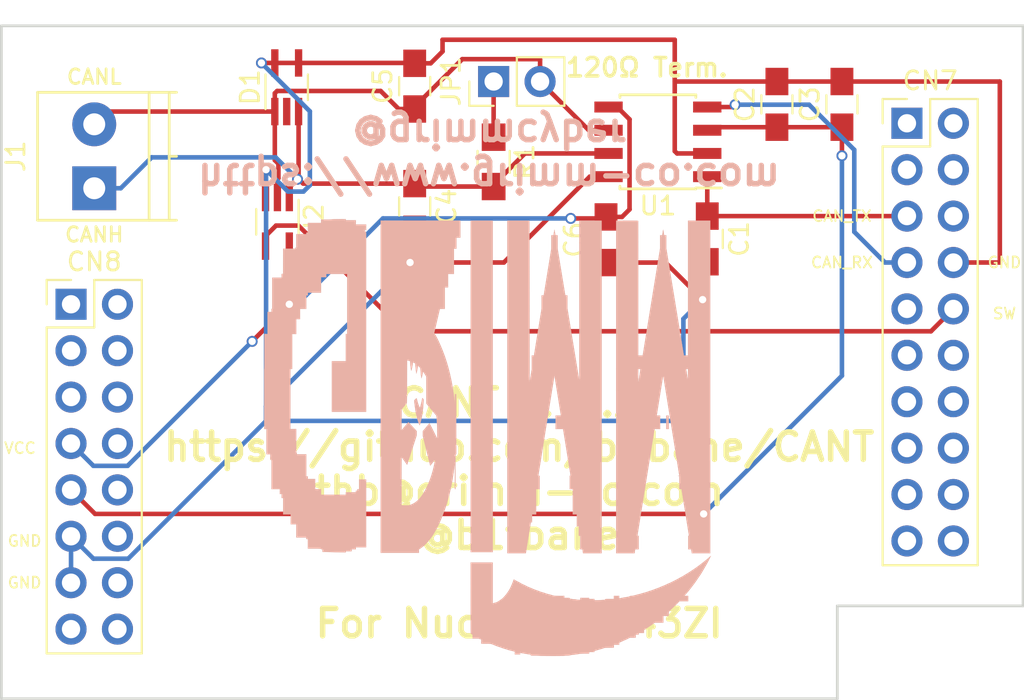
<source format=kicad_pcb>
(kicad_pcb (version 20171130) (host pcbnew 5.0.0)

  (general
    (thickness 1.6)
    (drawings 18)
    (tracks 142)
    (zones 0)
    (modules 15)
    (nets 39)
  )

  (page USLetter)
  (title_block
    (title "CANT Shield")
  )

  (layers
    (0 F.Cu signal)
    (31 B.Cu signal)
    (32 B.Adhes user)
    (33 F.Adhes user)
    (34 B.Paste user)
    (35 F.Paste user)
    (36 B.SilkS user)
    (37 F.SilkS user)
    (38 B.Mask user)
    (39 F.Mask user)
    (40 Dwgs.User user)
    (41 Cmts.User user)
    (42 Eco1.User user)
    (43 Eco2.User user)
    (44 Edge.Cuts user)
    (45 Margin user)
    (46 B.CrtYd user)
    (47 F.CrtYd user)
    (48 B.Fab user)
    (49 F.Fab user)
  )

  (setup
    (last_trace_width 0.25)
    (trace_clearance 0.25)
    (zone_clearance 0.508)
    (zone_45_only no)
    (trace_min 0.25)
    (segment_width 0.2)
    (edge_width 0.15)
    (via_size 0.6)
    (via_drill 0.4)
    (via_min_size 0.4)
    (via_min_drill 0.3)
    (uvia_size 0.3)
    (uvia_drill 0.1)
    (uvias_allowed no)
    (uvia_min_size 0.2)
    (uvia_min_drill 0.1)
    (pcb_text_width 0.3)
    (pcb_text_size 1.5 1.5)
    (mod_edge_width 0.15)
    (mod_text_size 1 1)
    (mod_text_width 0.15)
    (pad_size 0.4 0.5)
    (pad_drill 0)
    (pad_to_mask_clearance 0.2)
    (aux_axis_origin 0 0)
    (visible_elements FFFFFF7F)
    (pcbplotparams
      (layerselection 0x00030_ffffffff)
      (usegerberextensions false)
      (usegerberattributes false)
      (usegerberadvancedattributes false)
      (creategerberjobfile false)
      (excludeedgelayer true)
      (linewidth 0.100000)
      (plotframeref false)
      (viasonmask false)
      (mode 1)
      (useauxorigin false)
      (hpglpennumber 1)
      (hpglpenspeed 20)
      (hpglpendiameter 15.000000)
      (psnegative false)
      (psa4output false)
      (plotreference true)
      (plotvalue true)
      (plotinvisibletext false)
      (padsonsilk false)
      (subtractmaskfromsilk false)
      (outputformat 1)
      (mirror false)
      (drillshape 0)
      (scaleselection 1)
      (outputdirectory "/home/thb/tmp/CANT/"))
  )

  (net 0 "")
  (net 1 CAN_TX)
  (net 2 GND)
  (net 3 VCC)
  (net 4 "Net-(C4-Pad1)")
  (net 5 "Net-(C5-Pad1)")
  (net 6 "Net-(CN7-Pad1)")
  (net 7 "Net-(CN7-Pad2)")
  (net 8 "Net-(CN7-Pad3)")
  (net 9 "Net-(CN7-Pad4)")
  (net 10 "Net-(CN7-Pad6)")
  (net 11 CAN_RX)
  (net 12 "Net-(CN7-Pad9)")
  (net 13 "Net-(CN7-Pad10)")
  (net 14 "Net-(CN7-Pad11)")
  (net 15 "Net-(CN7-Pad12)")
  (net 16 "Net-(CN7-Pad13)")
  (net 17 "Net-(CN7-Pad14)")
  (net 18 "Net-(CN7-Pad15)")
  (net 19 "Net-(CN7-Pad16)")
  (net 20 "Net-(CN7-Pad17)")
  (net 21 "Net-(CN7-Pad18)")
  (net 22 "Net-(CN7-Pad19)")
  (net 23 "Net-(CN7-Pad20)")
  (net 24 "Net-(CN8-Pad1)")
  (net 25 "Net-(CN8-Pad2)")
  (net 26 "Net-(CN8-Pad3)")
  (net 27 "Net-(CN8-Pad4)")
  (net 28 "Net-(CN8-Pad5)")
  (net 29 "Net-(CN8-Pad6)")
  (net 30 "Net-(CN8-Pad8)")
  (net 31 "Net-(CN8-Pad10)")
  (net 32 "Net-(CN8-Pad12)")
  (net 33 "Net-(CN8-Pad14)")
  (net 34 "Net-(CN8-Pad15)")
  (net 35 "Net-(CN8-Pad16)")
  (net 36 "Net-(D1-Pad2)")
  (net 37 "Net-(JP1-Pad1)")
  (net 38 5V)

  (net_class Default "This is the default net class."
    (clearance 0.25)
    (trace_width 0.25)
    (via_dia 0.6)
    (via_drill 0.4)
    (uvia_dia 0.3)
    (uvia_drill 0.1)
    (add_net 5V)
    (add_net CAN_RX)
    (add_net CAN_TX)
    (add_net GND)
    (add_net "Net-(C4-Pad1)")
    (add_net "Net-(C5-Pad1)")
    (add_net "Net-(CN7-Pad1)")
    (add_net "Net-(CN7-Pad10)")
    (add_net "Net-(CN7-Pad11)")
    (add_net "Net-(CN7-Pad12)")
    (add_net "Net-(CN7-Pad13)")
    (add_net "Net-(CN7-Pad14)")
    (add_net "Net-(CN7-Pad15)")
    (add_net "Net-(CN7-Pad16)")
    (add_net "Net-(CN7-Pad17)")
    (add_net "Net-(CN7-Pad18)")
    (add_net "Net-(CN7-Pad19)")
    (add_net "Net-(CN7-Pad2)")
    (add_net "Net-(CN7-Pad20)")
    (add_net "Net-(CN7-Pad3)")
    (add_net "Net-(CN7-Pad4)")
    (add_net "Net-(CN7-Pad6)")
    (add_net "Net-(CN7-Pad9)")
    (add_net "Net-(CN8-Pad1)")
    (add_net "Net-(CN8-Pad10)")
    (add_net "Net-(CN8-Pad12)")
    (add_net "Net-(CN8-Pad14)")
    (add_net "Net-(CN8-Pad15)")
    (add_net "Net-(CN8-Pad16)")
    (add_net "Net-(CN8-Pad2)")
    (add_net "Net-(CN8-Pad3)")
    (add_net "Net-(CN8-Pad4)")
    (add_net "Net-(CN8-Pad5)")
    (add_net "Net-(CN8-Pad6)")
    (add_net "Net-(CN8-Pad8)")
    (add_net "Net-(D1-Pad2)")
    (add_net "Net-(JP1-Pad1)")
    (add_net VCC)
  )

  (module Capacitors_SMD:C_0805_HandSoldering (layer F.Cu) (tedit 58AA84A8) (tstamp 5B4D4F5A)
    (at 153.7208 123.4694 90)
    (descr "Capacitor SMD 0805, hand soldering")
    (tags "capacitor 0805")
    (path /5B4F4D4E)
    (attr smd)
    (fp_text reference C6 (at 0 -1.75 90) (layer F.SilkS)
      (effects (font (size 1 1) (thickness 0.15)))
    )
    (fp_text value 0.1uF (at 0 1.75 90) (layer F.Fab)
      (effects (font (size 1 1) (thickness 0.15)))
    )
    (fp_text user %R (at 0 -1.75 90) (layer F.Fab)
      (effects (font (size 1 1) (thickness 0.15)))
    )
    (fp_line (start -1 0.62) (end -1 -0.62) (layer F.Fab) (width 0.1))
    (fp_line (start 1 0.62) (end -1 0.62) (layer F.Fab) (width 0.1))
    (fp_line (start 1 -0.62) (end 1 0.62) (layer F.Fab) (width 0.1))
    (fp_line (start -1 -0.62) (end 1 -0.62) (layer F.Fab) (width 0.1))
    (fp_line (start 0.5 -0.85) (end -0.5 -0.85) (layer F.SilkS) (width 0.12))
    (fp_line (start -0.5 0.85) (end 0.5 0.85) (layer F.SilkS) (width 0.12))
    (fp_line (start -2.25 -0.88) (end 2.25 -0.88) (layer F.CrtYd) (width 0.05))
    (fp_line (start -2.25 -0.88) (end -2.25 0.87) (layer F.CrtYd) (width 0.05))
    (fp_line (start 2.25 0.87) (end 2.25 -0.88) (layer F.CrtYd) (width 0.05))
    (fp_line (start 2.25 0.87) (end -2.25 0.87) (layer F.CrtYd) (width 0.05))
    (pad 1 smd rect (at -1.25 0 90) (size 1.5 1.25) (layers F.Cu F.Paste F.Mask)
      (net 2 GND))
    (pad 2 smd rect (at 1.25 0 90) (size 1.5 1.25) (layers F.Cu F.Paste F.Mask)
      (net 3 VCC))
    (model Capacitors_SMD.3dshapes/C_0805.wrl
      (at (xyz 0 0 0))
      (scale (xyz 1 1 1))
      (rotate (xyz 0 0 0))
    )
  )

  (module TO_SOT_Packages_SMD:SOT-353_SC-70-5_Handsoldering (layer F.Cu) (tedit 58CE4E7F) (tstamp 5B4BC028)
    (at 136.256 115.122 90)
    (descr "SOT-353, SC-70-5, Handsoldering")
    (tags "SOT-353 SC-70-5 Handsoldering")
    (path /5A7C9FF9)
    (attr smd)
    (fp_text reference D1 (at 0 -2 90) (layer F.SilkS)
      (effects (font (size 1 1) (thickness 0.15)))
    )
    (fp_text value SP1002-02 (at 0 2 270) (layer F.Fab)
      (effects (font (size 1 1) (thickness 0.15)))
    )
    (fp_text user %R (at 0 0 180) (layer F.Fab)
      (effects (font (size 0.5 0.5) (thickness 0.075)))
    )
    (fp_line (start 0.7 -1.16) (end -1.2 -1.16) (layer F.SilkS) (width 0.12))
    (fp_line (start -0.7 1.16) (end 0.7 1.16) (layer F.SilkS) (width 0.12))
    (fp_line (start 2.4 1.4) (end 2.4 -1.4) (layer F.CrtYd) (width 0.05))
    (fp_line (start -2.4 -1.4) (end -2.4 1.4) (layer F.CrtYd) (width 0.05))
    (fp_line (start -2.4 -1.4) (end 2.4 -1.4) (layer F.CrtYd) (width 0.05))
    (fp_line (start 0.675 -1.1) (end -0.175 -1.1) (layer F.Fab) (width 0.1))
    (fp_line (start -0.675 -0.6) (end -0.675 1.1) (layer F.Fab) (width 0.1))
    (fp_line (start -1.6 1.4) (end 1.6 1.4) (layer F.CrtYd) (width 0.05))
    (fp_line (start 0.675 -1.1) (end 0.675 1.1) (layer F.Fab) (width 0.1))
    (fp_line (start 0.675 1.1) (end -0.675 1.1) (layer F.Fab) (width 0.1))
    (fp_line (start -0.175 -1.1) (end -0.675 -0.6) (layer F.Fab) (width 0.1))
    (pad 1 smd rect (at -1.33 -0.65 90) (size 1.5 0.4) (layers F.Cu F.Paste F.Mask)
      (net 5 "Net-(C5-Pad1)"))
    (pad 2 smd rect (at -1.33 0 90) (size 1.5 0.4) (layers F.Cu F.Paste F.Mask)
      (net 36 "Net-(D1-Pad2)"))
    (pad 3 smd rect (at -1.33 0.65 90) (size 1.5 0.4) (layers F.Cu F.Paste F.Mask)
      (net 4 "Net-(C4-Pad1)"))
    (pad 4 smd rect (at 1.33 0.65 90) (size 1.5 0.4) (layers F.Cu F.Paste F.Mask)
      (net 2 GND))
    (pad 5 smd rect (at 1.33 -0.65 90) (size 1.5 0.4) (layers F.Cu F.Paste F.Mask)
      (net 2 GND))
    (model ${KISYS3DMOD}/TO_SOT_Packages_SMD.3dshapes/SOT-353_SC-70-5.wrl
      (at (xyz 0 0 0))
      (scale (xyz 1 1 1))
      (rotate (xyz 0 0 0))
    )
  )

  (module TO_SOT_Packages_SMD:SOT-353_SC-70-5_Handsoldering (layer F.Cu) (tedit 58CE4E7F) (tstamp 5B4BA924)
    (at 135.748 122.488 270)
    (descr "SOT-353, SC-70-5, Handsoldering")
    (tags "SOT-353 SC-70-5 Handsoldering")
    (path /5B4BCDF0)
    (attr smd)
    (fp_text reference U2 (at 0 -2 270) (layer F.SilkS)
      (effects (font (size 1 1) (thickness 0.15)))
    )
    (fp_text value 74LVC1G66 (at 0 2 90) (layer F.Fab)
      (effects (font (size 1 1) (thickness 0.15)))
    )
    (fp_text user %R (at 0 0) (layer F.Fab)
      (effects (font (size 0.5 0.5) (thickness 0.075)))
    )
    (fp_line (start 0.7 -1.16) (end -1.2 -1.16) (layer F.SilkS) (width 0.12))
    (fp_line (start -0.7 1.16) (end 0.7 1.16) (layer F.SilkS) (width 0.12))
    (fp_line (start 2.4 1.4) (end 2.4 -1.4) (layer F.CrtYd) (width 0.05))
    (fp_line (start -2.4 -1.4) (end -2.4 1.4) (layer F.CrtYd) (width 0.05))
    (fp_line (start -2.4 -1.4) (end 2.4 -1.4) (layer F.CrtYd) (width 0.05))
    (fp_line (start 0.675 -1.1) (end -0.175 -1.1) (layer F.Fab) (width 0.1))
    (fp_line (start -0.675 -0.6) (end -0.675 1.1) (layer F.Fab) (width 0.1))
    (fp_line (start -1.6 1.4) (end 1.6 1.4) (layer F.CrtYd) (width 0.05))
    (fp_line (start 0.675 -1.1) (end 0.675 1.1) (layer F.Fab) (width 0.1))
    (fp_line (start 0.675 1.1) (end -0.675 1.1) (layer F.Fab) (width 0.1))
    (fp_line (start -0.175 -1.1) (end -0.675 -0.6) (layer F.Fab) (width 0.1))
    (pad 1 smd rect (at -1.33 -0.65 270) (size 1.5 0.4) (layers F.Cu F.Paste F.Mask)
      (net 4 "Net-(C4-Pad1)"))
    (pad 2 smd rect (at -1.33 0 270) (size 1.5 0.4) (layers F.Cu F.Paste F.Mask)
      (net 5 "Net-(C5-Pad1)"))
    (pad 3 smd rect (at -1.33 0.65 270) (size 1.5 0.4) (layers F.Cu F.Paste F.Mask)
      (net 2 GND))
    (pad 4 smd rect (at 1.33 0.65 270) (size 1.5 0.4) (layers F.Cu F.Paste F.Mask)
      (net 13 "Net-(CN7-Pad10)"))
    (pad 5 smd rect (at 1.33 -0.65 270) (size 1.5 0.4) (layers F.Cu F.Paste F.Mask)
      (net 3 VCC))
    (model ${KISYS3DMOD}/TO_SOT_Packages_SMD.3dshapes/SOT-353_SC-70-5.wrl
      (at (xyz 0 0 0))
      (scale (xyz 1 1 1))
      (rotate (xyz 0 0 0))
    )
  )

  (module Capacitors_SMD:C_0805_HandSoldering (layer F.Cu) (tedit 5B4B9140) (tstamp 5A7CAEDF)
    (at 159.258 123.424 270)
    (descr "Capacitor SMD 0805, hand soldering")
    (tags "capacitor 0805")
    (path /5A7CBB90)
    (attr smd)
    (fp_text reference C1 (at 0 -1.75 270) (layer F.SilkS)
      (effects (font (size 1 1) (thickness 0.15)))
    )
    (fp_text value 100pF (at 0 1.75 270) (layer F.Fab)
      (effects (font (size 1 1) (thickness 0.15)))
    )
    (fp_text user %R (at 0 -1.75 270) (layer F.Fab)
      (effects (font (size 1 1) (thickness 0.15)))
    )
    (fp_line (start -1 0.62) (end -1 -0.62) (layer F.Fab) (width 0.1))
    (fp_line (start 1 0.62) (end -1 0.62) (layer F.Fab) (width 0.1))
    (fp_line (start 1 -0.62) (end 1 0.62) (layer F.Fab) (width 0.1))
    (fp_line (start -1 -0.62) (end 1 -0.62) (layer F.Fab) (width 0.1))
    (fp_line (start 0.5 -0.85) (end -0.5 -0.85) (layer F.SilkS) (width 0.12))
    (fp_line (start -0.5 0.85) (end 0.5 0.85) (layer F.SilkS) (width 0.12))
    (fp_line (start -2.25 -0.88) (end 2.25 -0.88) (layer F.CrtYd) (width 0.05))
    (fp_line (start -2.25 -0.88) (end -2.25 0.87) (layer F.CrtYd) (width 0.05))
    (fp_line (start 2.25 0.87) (end 2.25 -0.88) (layer F.CrtYd) (width 0.05))
    (fp_line (start 2.25 0.87) (end -2.25 0.87) (layer F.CrtYd) (width 0.05))
    (pad 1 smd rect (at -1.25 0 270) (size 1.5 1.25) (layers F.Cu F.Paste F.Mask)
      (net 1 CAN_TX))
    (pad 2 smd rect (at 1.25 0 270) (size 1.5 1.25) (layers F.Cu F.Paste F.Mask)
      (net 2 GND))
    (model Capacitors_SMD.3dshapes/C_0805.wrl
      (at (xyz 0 0 0))
      (scale (xyz 1 1 1))
      (rotate (xyz 0 0 0))
    )
  )

  (module Capacitors_SMD:C_0805_HandSoldering (layer F.Cu) (tedit 58AA84A8) (tstamp 5A7CAEF0)
    (at 163.068 116.058 90)
    (descr "Capacitor SMD 0805, hand soldering")
    (tags "capacitor 0805")
    (path /5A7C92BE)
    (attr smd)
    (fp_text reference C2 (at 0 -1.75 90) (layer F.SilkS)
      (effects (font (size 1 1) (thickness 0.15)))
    )
    (fp_text value 0.1uF (at 0 1.75 90) (layer F.Fab)
      (effects (font (size 1 1) (thickness 0.15)))
    )
    (fp_text user %R (at 0 -1.75 90) (layer F.Fab)
      (effects (font (size 1 1) (thickness 0.15)))
    )
    (fp_line (start -1 0.62) (end -1 -0.62) (layer F.Fab) (width 0.1))
    (fp_line (start 1 0.62) (end -1 0.62) (layer F.Fab) (width 0.1))
    (fp_line (start 1 -0.62) (end 1 0.62) (layer F.Fab) (width 0.1))
    (fp_line (start -1 -0.62) (end 1 -0.62) (layer F.Fab) (width 0.1))
    (fp_line (start 0.5 -0.85) (end -0.5 -0.85) (layer F.SilkS) (width 0.12))
    (fp_line (start -0.5 0.85) (end 0.5 0.85) (layer F.SilkS) (width 0.12))
    (fp_line (start -2.25 -0.88) (end 2.25 -0.88) (layer F.CrtYd) (width 0.05))
    (fp_line (start -2.25 -0.88) (end -2.25 0.87) (layer F.CrtYd) (width 0.05))
    (fp_line (start 2.25 0.87) (end 2.25 -0.88) (layer F.CrtYd) (width 0.05))
    (fp_line (start 2.25 0.87) (end -2.25 0.87) (layer F.CrtYd) (width 0.05))
    (pad 1 smd rect (at -1.25 0 90) (size 1.5 1.25) (layers F.Cu F.Paste F.Mask)
      (net 38 5V))
    (pad 2 smd rect (at 1.25 0 90) (size 1.5 1.25) (layers F.Cu F.Paste F.Mask)
      (net 2 GND))
    (model Capacitors_SMD.3dshapes/C_0805.wrl
      (at (xyz 0 0 0))
      (scale (xyz 1 1 1))
      (rotate (xyz 0 0 0))
    )
  )

  (module Capacitors_SMD:C_0805_HandSoldering (layer F.Cu) (tedit 58AA84A8) (tstamp 5A7CAF01)
    (at 166.624 116.058 90)
    (descr "Capacitor SMD 0805, hand soldering")
    (tags "capacitor 0805")
    (path /5A7C9304)
    (attr smd)
    (fp_text reference C3 (at 0 -1.75 90) (layer F.SilkS)
      (effects (font (size 1 1) (thickness 0.15)))
    )
    (fp_text value "10 uF" (at 0 1.75 90) (layer F.Fab)
      (effects (font (size 1 1) (thickness 0.15)))
    )
    (fp_text user %R (at 0 -1.75 90) (layer F.Fab)
      (effects (font (size 1 1) (thickness 0.15)))
    )
    (fp_line (start -1 0.62) (end -1 -0.62) (layer F.Fab) (width 0.1))
    (fp_line (start 1 0.62) (end -1 0.62) (layer F.Fab) (width 0.1))
    (fp_line (start 1 -0.62) (end 1 0.62) (layer F.Fab) (width 0.1))
    (fp_line (start -1 -0.62) (end 1 -0.62) (layer F.Fab) (width 0.1))
    (fp_line (start 0.5 -0.85) (end -0.5 -0.85) (layer F.SilkS) (width 0.12))
    (fp_line (start -0.5 0.85) (end 0.5 0.85) (layer F.SilkS) (width 0.12))
    (fp_line (start -2.25 -0.88) (end 2.25 -0.88) (layer F.CrtYd) (width 0.05))
    (fp_line (start -2.25 -0.88) (end -2.25 0.87) (layer F.CrtYd) (width 0.05))
    (fp_line (start 2.25 0.87) (end 2.25 -0.88) (layer F.CrtYd) (width 0.05))
    (fp_line (start 2.25 0.87) (end -2.25 0.87) (layer F.CrtYd) (width 0.05))
    (pad 1 smd rect (at -1.25 0 90) (size 1.5 1.25) (layers F.Cu F.Paste F.Mask)
      (net 38 5V))
    (pad 2 smd rect (at 1.25 0 90) (size 1.5 1.25) (layers F.Cu F.Paste F.Mask)
      (net 2 GND))
    (model Capacitors_SMD.3dshapes/C_0805.wrl
      (at (xyz 0 0 0))
      (scale (xyz 1 1 1))
      (rotate (xyz 0 0 0))
    )
  )

  (module Capacitors_SMD:C_0805_HandSoldering (layer F.Cu) (tedit 58AA84A8) (tstamp 5A7CAF12)
    (at 143.256 121.646 270)
    (descr "Capacitor SMD 0805, hand soldering")
    (tags "capacitor 0805")
    (path /5A7CA44A)
    (attr smd)
    (fp_text reference C4 (at 0 -1.75 270) (layer F.SilkS)
      (effects (font (size 1 1) (thickness 0.15)))
    )
    (fp_text value 100pF (at 0 1.75 270) (layer F.Fab)
      (effects (font (size 1 1) (thickness 0.15)))
    )
    (fp_text user %R (at 0 -1.75 270) (layer F.Fab)
      (effects (font (size 1 1) (thickness 0.15)))
    )
    (fp_line (start -1 0.62) (end -1 -0.62) (layer F.Fab) (width 0.1))
    (fp_line (start 1 0.62) (end -1 0.62) (layer F.Fab) (width 0.1))
    (fp_line (start 1 -0.62) (end 1 0.62) (layer F.Fab) (width 0.1))
    (fp_line (start -1 -0.62) (end 1 -0.62) (layer F.Fab) (width 0.1))
    (fp_line (start 0.5 -0.85) (end -0.5 -0.85) (layer F.SilkS) (width 0.12))
    (fp_line (start -0.5 0.85) (end 0.5 0.85) (layer F.SilkS) (width 0.12))
    (fp_line (start -2.25 -0.88) (end 2.25 -0.88) (layer F.CrtYd) (width 0.05))
    (fp_line (start -2.25 -0.88) (end -2.25 0.87) (layer F.CrtYd) (width 0.05))
    (fp_line (start 2.25 0.87) (end 2.25 -0.88) (layer F.CrtYd) (width 0.05))
    (fp_line (start 2.25 0.87) (end -2.25 0.87) (layer F.CrtYd) (width 0.05))
    (pad 1 smd rect (at -1.25 0 270) (size 1.5 1.25) (layers F.Cu F.Paste F.Mask)
      (net 4 "Net-(C4-Pad1)"))
    (pad 2 smd rect (at 1.25 0 270) (size 1.5 1.25) (layers F.Cu F.Paste F.Mask)
      (net 2 GND))
    (model Capacitors_SMD.3dshapes/C_0805.wrl
      (at (xyz 0 0 0))
      (scale (xyz 1 1 1))
      (rotate (xyz 0 0 0))
    )
  )

  (module Capacitors_SMD:C_0805_HandSoldering (layer F.Cu) (tedit 58AA84A8) (tstamp 5A7CAF23)
    (at 143.256 115.062 90)
    (descr "Capacitor SMD 0805, hand soldering")
    (tags "capacitor 0805")
    (path /5A7CA4B1)
    (attr smd)
    (fp_text reference C5 (at 0 -1.75 90) (layer F.SilkS)
      (effects (font (size 1 1) (thickness 0.15)))
    )
    (fp_text value 100pF (at 0 1.75 90) (layer F.Fab)
      (effects (font (size 1 1) (thickness 0.15)))
    )
    (fp_text user %R (at 0 -1.75 90) (layer F.Fab)
      (effects (font (size 1 1) (thickness 0.15)))
    )
    (fp_line (start -1 0.62) (end -1 -0.62) (layer F.Fab) (width 0.1))
    (fp_line (start 1 0.62) (end -1 0.62) (layer F.Fab) (width 0.1))
    (fp_line (start 1 -0.62) (end 1 0.62) (layer F.Fab) (width 0.1))
    (fp_line (start -1 -0.62) (end 1 -0.62) (layer F.Fab) (width 0.1))
    (fp_line (start 0.5 -0.85) (end -0.5 -0.85) (layer F.SilkS) (width 0.12))
    (fp_line (start -0.5 0.85) (end 0.5 0.85) (layer F.SilkS) (width 0.12))
    (fp_line (start -2.25 -0.88) (end 2.25 -0.88) (layer F.CrtYd) (width 0.05))
    (fp_line (start -2.25 -0.88) (end -2.25 0.87) (layer F.CrtYd) (width 0.05))
    (fp_line (start 2.25 0.87) (end 2.25 -0.88) (layer F.CrtYd) (width 0.05))
    (fp_line (start 2.25 0.87) (end -2.25 0.87) (layer F.CrtYd) (width 0.05))
    (pad 1 smd rect (at -1.25 0 90) (size 1.5 1.25) (layers F.Cu F.Paste F.Mask)
      (net 5 "Net-(C5-Pad1)"))
    (pad 2 smd rect (at 1.25 0 90) (size 1.5 1.25) (layers F.Cu F.Paste F.Mask)
      (net 2 GND))
    (model Capacitors_SMD.3dshapes/C_0805.wrl
      (at (xyz 0 0 0))
      (scale (xyz 1 1 1))
      (rotate (xyz 0 0 0))
    )
  )

  (module Pin_Headers:Pin_Header_Straight_2x10_Pitch2.54mm (layer F.Cu) (tedit 59650532) (tstamp 5A7CAF4D)
    (at 170.18 117.094)
    (descr "Through hole straight pin header, 2x10, 2.54mm pitch, double rows")
    (tags "Through hole pin header THT 2x10 2.54mm double row")
    (path /5A7C7299)
    (fp_text reference CN7 (at 1.27 -2.33) (layer F.SilkS)
      (effects (font (size 1 1) (thickness 0.15)))
    )
    (fp_text value CN7 (at 1.27 25.19) (layer F.Fab)
      (effects (font (size 1 1) (thickness 0.15)))
    )
    (fp_line (start 0 -1.27) (end 3.81 -1.27) (layer F.Fab) (width 0.1))
    (fp_line (start 3.81 -1.27) (end 3.81 24.13) (layer F.Fab) (width 0.1))
    (fp_line (start 3.81 24.13) (end -1.27 24.13) (layer F.Fab) (width 0.1))
    (fp_line (start -1.27 24.13) (end -1.27 0) (layer F.Fab) (width 0.1))
    (fp_line (start -1.27 0) (end 0 -1.27) (layer F.Fab) (width 0.1))
    (fp_line (start -1.33 24.19) (end 3.87 24.19) (layer F.SilkS) (width 0.12))
    (fp_line (start -1.33 1.27) (end -1.33 24.19) (layer F.SilkS) (width 0.12))
    (fp_line (start 3.87 -1.33) (end 3.87 24.19) (layer F.SilkS) (width 0.12))
    (fp_line (start -1.33 1.27) (end 1.27 1.27) (layer F.SilkS) (width 0.12))
    (fp_line (start 1.27 1.27) (end 1.27 -1.33) (layer F.SilkS) (width 0.12))
    (fp_line (start 1.27 -1.33) (end 3.87 -1.33) (layer F.SilkS) (width 0.12))
    (fp_line (start -1.33 0) (end -1.33 -1.33) (layer F.SilkS) (width 0.12))
    (fp_line (start -1.33 -1.33) (end 0 -1.33) (layer F.SilkS) (width 0.12))
    (fp_line (start -1.8 -1.8) (end -1.8 24.65) (layer F.CrtYd) (width 0.05))
    (fp_line (start -1.8 24.65) (end 4.35 24.65) (layer F.CrtYd) (width 0.05))
    (fp_line (start 4.35 24.65) (end 4.35 -1.8) (layer F.CrtYd) (width 0.05))
    (fp_line (start 4.35 -1.8) (end -1.8 -1.8) (layer F.CrtYd) (width 0.05))
    (fp_text user %R (at 1.27 11.43 90) (layer F.Fab)
      (effects (font (size 1 1) (thickness 0.15)))
    )
    (pad 1 thru_hole rect (at 0 0) (size 1.7 1.7) (drill 1) (layers *.Cu *.Mask)
      (net 6 "Net-(CN7-Pad1)"))
    (pad 2 thru_hole oval (at 2.54 0) (size 1.7 1.7) (drill 1) (layers *.Cu *.Mask)
      (net 7 "Net-(CN7-Pad2)"))
    (pad 3 thru_hole oval (at 0 2.54) (size 1.7 1.7) (drill 1) (layers *.Cu *.Mask)
      (net 8 "Net-(CN7-Pad3)"))
    (pad 4 thru_hole oval (at 2.54 2.54) (size 1.7 1.7) (drill 1) (layers *.Cu *.Mask)
      (net 9 "Net-(CN7-Pad4)"))
    (pad 5 thru_hole oval (at 0 5.08) (size 1.7 1.7) (drill 1) (layers *.Cu *.Mask)
      (net 1 CAN_TX))
    (pad 6 thru_hole oval (at 2.54 5.08) (size 1.7 1.7) (drill 1) (layers *.Cu *.Mask)
      (net 10 "Net-(CN7-Pad6)"))
    (pad 7 thru_hole oval (at 0 7.62) (size 1.7 1.7) (drill 1) (layers *.Cu *.Mask)
      (net 11 CAN_RX))
    (pad 8 thru_hole oval (at 2.54 7.62) (size 1.7 1.7) (drill 1) (layers *.Cu *.Mask)
      (net 2 GND))
    (pad 9 thru_hole oval (at 0 10.16) (size 1.7 1.7) (drill 1) (layers *.Cu *.Mask)
      (net 12 "Net-(CN7-Pad9)"))
    (pad 10 thru_hole oval (at 2.54 10.16) (size 1.7 1.7) (drill 1) (layers *.Cu *.Mask)
      (net 13 "Net-(CN7-Pad10)"))
    (pad 11 thru_hole oval (at 0 12.7) (size 1.7 1.7) (drill 1) (layers *.Cu *.Mask)
      (net 14 "Net-(CN7-Pad11)"))
    (pad 12 thru_hole oval (at 2.54 12.7) (size 1.7 1.7) (drill 1) (layers *.Cu *.Mask)
      (net 15 "Net-(CN7-Pad12)"))
    (pad 13 thru_hole oval (at 0 15.24) (size 1.7 1.7) (drill 1) (layers *.Cu *.Mask)
      (net 16 "Net-(CN7-Pad13)"))
    (pad 14 thru_hole oval (at 2.54 15.24) (size 1.7 1.7) (drill 1) (layers *.Cu *.Mask)
      (net 17 "Net-(CN7-Pad14)"))
    (pad 15 thru_hole oval (at 0 17.78) (size 1.7 1.7) (drill 1) (layers *.Cu *.Mask)
      (net 18 "Net-(CN7-Pad15)"))
    (pad 16 thru_hole oval (at 2.54 17.78) (size 1.7 1.7) (drill 1) (layers *.Cu *.Mask)
      (net 19 "Net-(CN7-Pad16)"))
    (pad 17 thru_hole oval (at 0 20.32) (size 1.7 1.7) (drill 1) (layers *.Cu *.Mask)
      (net 20 "Net-(CN7-Pad17)"))
    (pad 18 thru_hole oval (at 2.54 20.32) (size 1.7 1.7) (drill 1) (layers *.Cu *.Mask)
      (net 21 "Net-(CN7-Pad18)"))
    (pad 19 thru_hole oval (at 0 22.86) (size 1.7 1.7) (drill 1) (layers *.Cu *.Mask)
      (net 22 "Net-(CN7-Pad19)"))
    (pad 20 thru_hole oval (at 2.54 22.86) (size 1.7 1.7) (drill 1) (layers *.Cu *.Mask)
      (net 23 "Net-(CN7-Pad20)"))
    (model ${KISYS3DMOD}/Pin_Headers.3dshapes/Pin_Header_Straight_2x10_Pitch2.54mm.wrl
      (at (xyz 0 0 0))
      (scale (xyz 1 1 1))
      (rotate (xyz 0 0 0))
    )
  )

  (module Pin_Headers:Pin_Header_Straight_2x08_Pitch2.54mm (layer F.Cu) (tedit 59650532) (tstamp 5A7CAF73)
    (at 124.46 127)
    (descr "Through hole straight pin header, 2x08, 2.54mm pitch, double rows")
    (tags "Through hole pin header THT 2x08 2.54mm double row")
    (path /5A7C7372)
    (fp_text reference CN8 (at 1.27 -2.33) (layer F.SilkS)
      (effects (font (size 1 1) (thickness 0.15)))
    )
    (fp_text value CN8 (at 1.27 20.11) (layer F.Fab)
      (effects (font (size 1 1) (thickness 0.15)))
    )
    (fp_line (start 0 -1.27) (end 3.81 -1.27) (layer F.Fab) (width 0.1))
    (fp_line (start 3.81 -1.27) (end 3.81 19.05) (layer F.Fab) (width 0.1))
    (fp_line (start 3.81 19.05) (end -1.27 19.05) (layer F.Fab) (width 0.1))
    (fp_line (start -1.27 19.05) (end -1.27 0) (layer F.Fab) (width 0.1))
    (fp_line (start -1.27 0) (end 0 -1.27) (layer F.Fab) (width 0.1))
    (fp_line (start -1.33 19.11) (end 3.87 19.11) (layer F.SilkS) (width 0.12))
    (fp_line (start -1.33 1.27) (end -1.33 19.11) (layer F.SilkS) (width 0.12))
    (fp_line (start 3.87 -1.33) (end 3.87 19.11) (layer F.SilkS) (width 0.12))
    (fp_line (start -1.33 1.27) (end 1.27 1.27) (layer F.SilkS) (width 0.12))
    (fp_line (start 1.27 1.27) (end 1.27 -1.33) (layer F.SilkS) (width 0.12))
    (fp_line (start 1.27 -1.33) (end 3.87 -1.33) (layer F.SilkS) (width 0.12))
    (fp_line (start -1.33 0) (end -1.33 -1.33) (layer F.SilkS) (width 0.12))
    (fp_line (start -1.33 -1.33) (end 0 -1.33) (layer F.SilkS) (width 0.12))
    (fp_line (start -1.8 -1.8) (end -1.8 19.55) (layer F.CrtYd) (width 0.05))
    (fp_line (start -1.8 19.55) (end 4.35 19.55) (layer F.CrtYd) (width 0.05))
    (fp_line (start 4.35 19.55) (end 4.35 -1.8) (layer F.CrtYd) (width 0.05))
    (fp_line (start 4.35 -1.8) (end -1.8 -1.8) (layer F.CrtYd) (width 0.05))
    (fp_text user %R (at 1.27 8.89 90) (layer F.Fab)
      (effects (font (size 1 1) (thickness 0.15)))
    )
    (pad 1 thru_hole rect (at 0 0) (size 1.7 1.7) (drill 1) (layers *.Cu *.Mask)
      (net 24 "Net-(CN8-Pad1)"))
    (pad 2 thru_hole oval (at 2.54 0) (size 1.7 1.7) (drill 1) (layers *.Cu *.Mask)
      (net 25 "Net-(CN8-Pad2)"))
    (pad 3 thru_hole oval (at 0 2.54) (size 1.7 1.7) (drill 1) (layers *.Cu *.Mask)
      (net 26 "Net-(CN8-Pad3)"))
    (pad 4 thru_hole oval (at 2.54 2.54) (size 1.7 1.7) (drill 1) (layers *.Cu *.Mask)
      (net 27 "Net-(CN8-Pad4)"))
    (pad 5 thru_hole oval (at 0 5.08) (size 1.7 1.7) (drill 1) (layers *.Cu *.Mask)
      (net 28 "Net-(CN8-Pad5)"))
    (pad 6 thru_hole oval (at 2.54 5.08) (size 1.7 1.7) (drill 1) (layers *.Cu *.Mask)
      (net 29 "Net-(CN8-Pad6)"))
    (pad 7 thru_hole oval (at 0 7.62) (size 1.7 1.7) (drill 1) (layers *.Cu *.Mask)
      (net 3 VCC))
    (pad 8 thru_hole oval (at 2.54 7.62) (size 1.7 1.7) (drill 1) (layers *.Cu *.Mask)
      (net 30 "Net-(CN8-Pad8)"))
    (pad 9 thru_hole oval (at 0 10.16) (size 1.7 1.7) (drill 1) (layers *.Cu *.Mask)
      (net 38 5V))
    (pad 10 thru_hole oval (at 2.54 10.16) (size 1.7 1.7) (drill 1) (layers *.Cu *.Mask)
      (net 31 "Net-(CN8-Pad10)"))
    (pad 11 thru_hole oval (at 0 12.7) (size 1.7 1.7) (drill 1) (layers *.Cu *.Mask)
      (net 2 GND))
    (pad 12 thru_hole oval (at 2.54 12.7) (size 1.7 1.7) (drill 1) (layers *.Cu *.Mask)
      (net 32 "Net-(CN8-Pad12)"))
    (pad 13 thru_hole oval (at 0 15.24) (size 1.7 1.7) (drill 1) (layers *.Cu *.Mask)
      (net 2 GND))
    (pad 14 thru_hole oval (at 2.54 15.24) (size 1.7 1.7) (drill 1) (layers *.Cu *.Mask)
      (net 33 "Net-(CN8-Pad14)"))
    (pad 15 thru_hole oval (at 0 17.78) (size 1.7 1.7) (drill 1) (layers *.Cu *.Mask)
      (net 34 "Net-(CN8-Pad15)"))
    (pad 16 thru_hole oval (at 2.54 17.78) (size 1.7 1.7) (drill 1) (layers *.Cu *.Mask)
      (net 35 "Net-(CN8-Pad16)"))
    (model ${KISYS3DMOD}/Pin_Headers.3dshapes/Pin_Header_Straight_2x08_Pitch2.54mm.wrl
      (at (xyz 0 0 0))
      (scale (xyz 1 1 1))
      (rotate (xyz 0 0 0))
    )
  )

  (module Connectors_Terminal_Blocks:TerminalBlock_Pheonix_PT-3.5mm_2pol (layer F.Cu) (tedit 5B4B90F1) (tstamp 5A7CAF90)
    (at 125.73 120.65 90)
    (descr "2-way 3.5mm pitch terminal block, Phoenix PT series")
    (path /5A7CFC49)
    (fp_text reference J1 (at 1.75 -4.3 90) (layer F.SilkS)
      (effects (font (size 1 1) (thickness 0.15)))
    )
    (fp_text value Screw_Terminal_01x02 (at 1.75 6 90) (layer F.Fab)
      (effects (font (size 1 1) (thickness 0.15)))
    )
    (fp_line (start -1.9 -3.3) (end 5.4 -3.3) (layer F.CrtYd) (width 0.05))
    (fp_line (start -1.9 4.7) (end -1.9 -3.3) (layer F.CrtYd) (width 0.05))
    (fp_line (start 5.4 4.7) (end -1.9 4.7) (layer F.CrtYd) (width 0.05))
    (fp_line (start 5.4 -3.3) (end 5.4 4.7) (layer F.CrtYd) (width 0.05))
    (fp_line (start 1.75 4.1) (end 1.75 4.5) (layer F.SilkS) (width 0.15))
    (fp_line (start -1.75 3) (end 5.25 3) (layer F.SilkS) (width 0.15))
    (fp_line (start -1.75 4.1) (end 5.25 4.1) (layer F.SilkS) (width 0.15))
    (fp_line (start -1.75 -3.1) (end -1.75 4.5) (layer F.SilkS) (width 0.15))
    (fp_line (start 5.25 4.5) (end 5.25 -3.1) (layer F.SilkS) (width 0.15))
    (fp_line (start 5.25 -3.1) (end -1.75 -3.1) (layer F.SilkS) (width 0.15))
    (pad 2 thru_hole circle (at 3.5 0 90) (size 2.4 2.4) (drill 1.2) (layers *.Cu *.Mask)
      (net 5 "Net-(C5-Pad1)"))
    (pad 1 thru_hole rect (at 0 0 90) (size 2.4 2.4) (drill 1.2) (layers *.Cu *.Mask)
      (net 4 "Net-(C4-Pad1)"))
    (model Terminal_Blocks.3dshapes/TerminalBlock_Pheonix_PT-3.5mm_2pol.wrl
      (at (xyz 0 0 0))
      (scale (xyz 1 1 1))
      (rotate (xyz 0 0 0))
    )
  )

  (module Pin_Headers:Pin_Header_Straight_1x02_Pitch2.54mm (layer F.Cu) (tedit 59650532) (tstamp 5A7CAFA6)
    (at 147.574 114.808 90)
    (descr "Through hole straight pin header, 1x02, 2.54mm pitch, single row")
    (tags "Through hole pin header THT 1x02 2.54mm single row")
    (path /5A7C8403)
    (fp_text reference JP1 (at 0 -2.33 90) (layer F.SilkS)
      (effects (font (size 1 1) (thickness 0.15)))
    )
    (fp_text value Jumper (at 0 4.87 90) (layer F.Fab)
      (effects (font (size 1 1) (thickness 0.15)))
    )
    (fp_line (start -0.635 -1.27) (end 1.27 -1.27) (layer F.Fab) (width 0.1))
    (fp_line (start 1.27 -1.27) (end 1.27 3.81) (layer F.Fab) (width 0.1))
    (fp_line (start 1.27 3.81) (end -1.27 3.81) (layer F.Fab) (width 0.1))
    (fp_line (start -1.27 3.81) (end -1.27 -0.635) (layer F.Fab) (width 0.1))
    (fp_line (start -1.27 -0.635) (end -0.635 -1.27) (layer F.Fab) (width 0.1))
    (fp_line (start -1.33 3.87) (end 1.33 3.87) (layer F.SilkS) (width 0.12))
    (fp_line (start -1.33 1.27) (end -1.33 3.87) (layer F.SilkS) (width 0.12))
    (fp_line (start 1.33 1.27) (end 1.33 3.87) (layer F.SilkS) (width 0.12))
    (fp_line (start -1.33 1.27) (end 1.33 1.27) (layer F.SilkS) (width 0.12))
    (fp_line (start -1.33 0) (end -1.33 -1.33) (layer F.SilkS) (width 0.12))
    (fp_line (start -1.33 -1.33) (end 0 -1.33) (layer F.SilkS) (width 0.12))
    (fp_line (start -1.8 -1.8) (end -1.8 4.35) (layer F.CrtYd) (width 0.05))
    (fp_line (start -1.8 4.35) (end 1.8 4.35) (layer F.CrtYd) (width 0.05))
    (fp_line (start 1.8 4.35) (end 1.8 -1.8) (layer F.CrtYd) (width 0.05))
    (fp_line (start 1.8 -1.8) (end -1.8 -1.8) (layer F.CrtYd) (width 0.05))
    (fp_text user %R (at 0 1.27 180) (layer F.Fab)
      (effects (font (size 1 1) (thickness 0.15)))
    )
    (pad 1 thru_hole rect (at 0 0 90) (size 1.7 1.7) (drill 1) (layers *.Cu *.Mask)
      (net 37 "Net-(JP1-Pad1)"))
    (pad 2 thru_hole oval (at 0 2.54 90) (size 1.7 1.7) (drill 1) (layers *.Cu *.Mask)
      (net 5 "Net-(C5-Pad1)"))
    (model ${KISYS3DMOD}/Pin_Headers.3dshapes/Pin_Header_Straight_1x02_Pitch2.54mm.wrl
      (at (xyz 0 0 0))
      (scale (xyz 1 1 1))
      (rotate (xyz 0 0 0))
    )
  )

  (module Resistors_SMD:R_0805_HandSoldering (layer F.Cu) (tedit 58E0A804) (tstamp 5A7CAFB7)
    (at 147.574 119.206 270)
    (descr "Resistor SMD 0805, hand soldering")
    (tags "resistor 0805")
    (path /5A7C872B)
    (attr smd)
    (fp_text reference R1 (at 0 -1.7 270) (layer F.SilkS)
      (effects (font (size 1 1) (thickness 0.15)))
    )
    (fp_text value 120 (at 0 1.75 270) (layer F.Fab)
      (effects (font (size 1 1) (thickness 0.15)))
    )
    (fp_text user %R (at 0 0 270) (layer F.Fab)
      (effects (font (size 0.5 0.5) (thickness 0.075)))
    )
    (fp_line (start -1 0.62) (end -1 -0.62) (layer F.Fab) (width 0.1))
    (fp_line (start 1 0.62) (end -1 0.62) (layer F.Fab) (width 0.1))
    (fp_line (start 1 -0.62) (end 1 0.62) (layer F.Fab) (width 0.1))
    (fp_line (start -1 -0.62) (end 1 -0.62) (layer F.Fab) (width 0.1))
    (fp_line (start 0.6 0.88) (end -0.6 0.88) (layer F.SilkS) (width 0.12))
    (fp_line (start -0.6 -0.88) (end 0.6 -0.88) (layer F.SilkS) (width 0.12))
    (fp_line (start -2.35 -0.9) (end 2.35 -0.9) (layer F.CrtYd) (width 0.05))
    (fp_line (start -2.35 -0.9) (end -2.35 0.9) (layer F.CrtYd) (width 0.05))
    (fp_line (start 2.35 0.9) (end 2.35 -0.9) (layer F.CrtYd) (width 0.05))
    (fp_line (start 2.35 0.9) (end -2.35 0.9) (layer F.CrtYd) (width 0.05))
    (pad 1 smd rect (at -1.35 0 270) (size 1.5 1.3) (layers F.Cu F.Paste F.Mask)
      (net 37 "Net-(JP1-Pad1)"))
    (pad 2 smd rect (at 1.35 0 270) (size 1.5 1.3) (layers F.Cu F.Paste F.Mask)
      (net 4 "Net-(C4-Pad1)"))
    (model ${KISYS3DMOD}/Resistors_SMD.3dshapes/R_0805.wrl
      (at (xyz 0 0 0))
      (scale (xyz 1 1 1))
      (rotate (xyz 0 0 0))
    )
  )

  (module Housings_SOIC:SOIC-8_3.9x4.9mm_Pitch1.27mm (layer F.Cu) (tedit 58CD0CDA) (tstamp 5A7CAFD4)
    (at 156.558 118.11 180)
    (descr "8-Lead Plastic Small Outline (SN) - Narrow, 3.90 mm Body [SOIC] (see Microchip Packaging Specification 00000049BS.pdf)")
    (tags "SOIC 1.27")
    (path /5B4D3873)
    (attr smd)
    (fp_text reference U1 (at 0 -3.5 180) (layer F.SilkS)
      (effects (font (size 1 1) (thickness 0.15)))
    )
    (fp_text value TJA1051T_3 (at 0 3.5 180) (layer F.Fab)
      (effects (font (size 1 1) (thickness 0.15)))
    )
    (fp_text user %R (at 0 0 90) (layer F.Fab)
      (effects (font (size 1 1) (thickness 0.15)))
    )
    (fp_line (start -0.95 -2.45) (end 1.95 -2.45) (layer F.Fab) (width 0.1))
    (fp_line (start 1.95 -2.45) (end 1.95 2.45) (layer F.Fab) (width 0.1))
    (fp_line (start 1.95 2.45) (end -1.95 2.45) (layer F.Fab) (width 0.1))
    (fp_line (start -1.95 2.45) (end -1.95 -1.45) (layer F.Fab) (width 0.1))
    (fp_line (start -1.95 -1.45) (end -0.95 -2.45) (layer F.Fab) (width 0.1))
    (fp_line (start -3.73 -2.7) (end -3.73 2.7) (layer F.CrtYd) (width 0.05))
    (fp_line (start 3.73 -2.7) (end 3.73 2.7) (layer F.CrtYd) (width 0.05))
    (fp_line (start -3.73 -2.7) (end 3.73 -2.7) (layer F.CrtYd) (width 0.05))
    (fp_line (start -3.73 2.7) (end 3.73 2.7) (layer F.CrtYd) (width 0.05))
    (fp_line (start -2.075 -2.575) (end -2.075 -2.525) (layer F.SilkS) (width 0.15))
    (fp_line (start 2.075 -2.575) (end 2.075 -2.43) (layer F.SilkS) (width 0.15))
    (fp_line (start 2.075 2.575) (end 2.075 2.43) (layer F.SilkS) (width 0.15))
    (fp_line (start -2.075 2.575) (end -2.075 2.43) (layer F.SilkS) (width 0.15))
    (fp_line (start -2.075 -2.575) (end 2.075 -2.575) (layer F.SilkS) (width 0.15))
    (fp_line (start -2.075 2.575) (end 2.075 2.575) (layer F.SilkS) (width 0.15))
    (fp_line (start -2.075 -2.525) (end -3.475 -2.525) (layer F.SilkS) (width 0.15))
    (pad 1 smd rect (at -2.7 -1.905 180) (size 1.55 0.6) (layers F.Cu F.Paste F.Mask)
      (net 1 CAN_TX))
    (pad 2 smd rect (at -2.7 -0.635 180) (size 1.55 0.6) (layers F.Cu F.Paste F.Mask)
      (net 2 GND))
    (pad 3 smd rect (at -2.7 0.635 180) (size 1.55 0.6) (layers F.Cu F.Paste F.Mask)
      (net 38 5V))
    (pad 4 smd rect (at -2.7 1.905 180) (size 1.55 0.6) (layers F.Cu F.Paste F.Mask)
      (net 11 CAN_RX))
    (pad 5 smd rect (at 2.7 1.905 180) (size 1.55 0.6) (layers F.Cu F.Paste F.Mask)
      (net 3 VCC))
    (pad 6 smd rect (at 2.7 0.635 180) (size 1.55 0.6) (layers F.Cu F.Paste F.Mask)
      (net 5 "Net-(C5-Pad1)"))
    (pad 7 smd rect (at 2.7 -0.635 180) (size 1.55 0.6) (layers F.Cu F.Paste F.Mask)
      (net 4 "Net-(C4-Pad1)"))
    (pad 8 smd rect (at 2.7 -1.905 180) (size 1.55 0.6) (layers F.Cu F.Paste F.Mask)
      (net 2 GND))
    (model ${KISYS3DMOD}/Housings_SOIC.3dshapes/SOIC-8_3.9x4.9mm_Pitch1.27mm.wrl
      (at (xyz 0 0 0))
      (scale (xyz 1 1 1))
      (rotate (xyz 0 0 0))
    )
  )

  (module SP1002_02:LOGO (layer B.Cu) (tedit 0) (tstamp 5B4D6149)
    (at 147.32 134.2898)
    (fp_text reference G*** (at 0 0) (layer B.SilkS) hide
      (effects (font (size 1.524 1.524) (thickness 0.3)) (justify mirror))
    )
    (fp_text value LOGO (at 0.75 0) (layer B.SilkS) hide
      (effects (font (size 1.524 1.524) (thickness 0.3)) (justify mirror))
    )
    (fp_poly (pts (xy -7.831667 6.229048) (xy -7.514167 6.229048) (xy -7.514167 6.120191) (xy -7.281334 6.120191)
      (xy -7.281334 6.011334) (xy -6.720417 6.011334) (xy -6.720417 2.298096) (xy -7.106709 2.298096)
      (xy -7.106709 2.830286) (xy -7.196667 2.830286) (xy -7.196667 2.914953) (xy -7.281334 2.914953)
      (xy -7.281334 2.99962) (xy -7.831667 2.99962) (xy -7.831667 3.132667) (xy -9.186334 3.132667)
      (xy -9.186334 2.830286) (xy -9.509125 2.830286) (xy -9.509125 2.273905) (xy -9.906 2.273905)
      (xy -9.906 2.128762) (xy -9.990667 2.128762) (xy -9.990667 0.919239) (xy -10.50925 0.919239)
      (xy -10.50925 0.876905) (xy -10.510135 0.848463) (xy -10.514624 0.836797) (xy -10.525125 0.834572)
      (xy -10.541 0.834572) (xy -10.541 -0.459619) (xy -10.8585 -0.459619) (xy -10.8585 -3.749523)
      (xy -10.76325 -3.749523) (xy -10.76325 -5.660571) (xy -10.541 -5.660571) (xy -10.541 -6.470952)
      (xy -10.334625 -6.470952) (xy -10.334625 -7.039428) (xy -9.990667 -7.039428) (xy -9.990667 -7.777238)
      (xy -9.906 -7.777238) (xy -9.906 -7.92238) (xy -9.186334 -7.92238) (xy -9.186334 -8.769047)
      (xy -8.900584 -8.769047) (xy -8.900584 -8.950476) (xy -7.757584 -8.950476) (xy -7.757584 -5.660571)
      (xy -7.831667 -5.660571) (xy -7.831667 -4.172857) (xy -8.593667 -4.172857) (xy -8.593667 -1.403047)
      (xy -6.720417 -1.403047) (xy -6.720417 -11.208736) (xy -6.757459 -11.265036) (xy -6.779218 -11.301057)
      (xy -6.791428 -11.328578) (xy -6.7945 -11.345199) (xy -6.790306 -11.367811) (xy -6.779102 -11.377409)
      (xy -6.76296 -11.373409) (xy -6.746764 -11.35871) (xy -6.733466 -11.34346) (xy -6.724572 -11.334362)
      (xy -6.7229 -11.333238) (xy -6.721992 -11.344598) (xy -6.721234 -11.375741) (xy -6.720691 -11.42226)
      (xy -6.72043 -11.479747) (xy -6.720417 -11.496523) (xy -6.720417 -11.659809) (xy -7.281334 -11.659809)
      (xy -7.281334 -11.889619) (xy -7.831667 -11.889619) (xy -7.831667 -11.950095) (xy -8.190178 -11.948138)
      (xy -8.252398 -11.947673) (xy -8.312695 -11.94698) (xy -8.370037 -11.946086) (xy -8.423395 -11.94502)
      (xy -8.471742 -11.943807) (xy -8.514047 -11.942474) (xy -8.549282 -11.94105) (xy -8.576417 -11.939561)
      (xy -8.594424 -11.938033) (xy -8.598959 -11.937397) (xy -8.614277 -11.935627) (xy -8.63892 -11.933922)
      (xy -8.67163 -11.932321) (xy -8.711148 -11.930865) (xy -8.756217 -11.929594) (xy -8.805577 -11.928547)
      (xy -8.85797 -11.927766) (xy -8.912138 -11.927288) (xy -8.917782 -11.927258) (xy -9.186334 -11.925904)
      (xy -9.186334 -11.744476) (xy -9.906 -11.744476) (xy -9.906 -11.212285) (xy -9.990667 -11.212285)
      (xy -9.990667 -11.127619) (xy -10.541 -11.127619) (xy -10.541 -10.401904) (xy -10.562167 -10.401904)
      (xy -10.575739 -10.400471) (xy -10.581773 -10.392706) (xy -10.5833 -10.37341) (xy -10.583334 -10.365619)
      (xy -10.583334 -10.329333) (xy -11.26058 -10.329333) (xy -11.261946 -9.642928) (xy -11.263313 -8.956523)
      (xy -11.304323 -8.952991) (xy -11.345334 -8.949458) (xy -11.345334 -8.744857) (xy -11.858625 -8.744857)
      (xy -11.858625 -7.039428) (xy -11.895667 -7.039428) (xy -11.895667 -6.870095) (xy -12.112625 -6.870095)
      (xy -12.112625 -5.660571) (xy -12.281959 -5.660571) (xy -12.281959 -4.705047) (xy -12.281971 -4.530054)
      (xy -12.282018 -4.377699) (xy -12.282113 -4.246426) (xy -12.28227 -4.134682) (xy -12.282505 -4.040915)
      (xy -12.282832 -3.963569) (xy -12.283264 -3.901092) (xy -12.283816 -3.85193) (xy -12.284503 -3.814529)
      (xy -12.285339 -3.787335) (xy -12.286337 -3.768795) (xy -12.287514 -3.757355) (xy -12.288881 -3.751462)
      (xy -12.290455 -3.749561) (xy -12.290768 -3.749523) (xy -12.292317 -3.74826) (xy -12.29366 -3.743475)
      (xy -12.294806 -3.733674) (xy -12.295763 -3.717364) (xy -12.296537 -3.69305) (xy -12.297138 -3.65924)
      (xy -12.297571 -3.614438) (xy -12.297845 -3.557152) (xy -12.297968 -3.485887) (xy -12.297947 -3.399151)
      (xy -12.297789 -3.295448) (xy -12.297503 -3.173285) (xy -12.297096 -3.031169) (xy -12.296576 -2.867606)
      (xy -12.29606 -2.71338) (xy -12.295493 -2.538375) (xy -12.294954 -2.356631) (xy -12.294451 -2.171574)
      (xy -12.293991 -1.98663) (xy -12.293581 -1.805225) (xy -12.293228 -1.630785) (xy -12.292941 -1.466737)
      (xy -12.292726 -1.316505) (xy -12.292591 -1.183517) (xy -12.292542 -1.071198) (xy -12.292542 -0.459619)
      (xy -12.170834 -0.459619) (xy -12.170834 0.919239) (xy -11.959167 0.919239) (xy -11.959167 1.22162)
      (xy -11.895667 1.22162) (xy -11.895667 2.830286) (xy -11.440584 2.830286) (xy -11.440584 3.096381)
      (xy -11.345334 3.096381) (xy -11.345334 3.314096) (xy -11.260667 3.314096) (xy -11.260667 4.209143)
      (xy -10.847917 4.209143) (xy -10.847917 4.753429) (xy -10.541 4.753429) (xy -10.541 5.479143)
      (xy -9.990667 5.479143) (xy -9.990667 5.56381) (xy -9.906 5.56381) (xy -9.906 6.083905)
      (xy -9.546167 6.083905) (xy -9.475034 6.083954) (xy -9.41377 6.084124) (xy -9.361658 6.084451)
      (xy -9.317983 6.084971) (xy -9.282031 6.08572) (xy -9.253086 6.086735) (xy -9.230432 6.088052)
      (xy -9.213355 6.089706) (xy -9.201139 6.091734) (xy -9.193068 6.094171) (xy -9.188429 6.097054)
      (xy -9.186505 6.100419) (xy -9.186334 6.102048) (xy -9.184255 6.111618) (xy -9.176742 6.117235)
      (xy -9.161881 6.119775) (xy -9.146646 6.120191) (xy -9.106959 6.120191) (xy -9.106959 6.263835)
      (xy -8.854282 6.270611) (xy -8.803761 6.271911) (xy -8.744401 6.273347) (xy -8.677942 6.274879)
      (xy -8.606129 6.276472) (xy -8.530704 6.278088) (xy -8.45341 6.279689) (xy -8.375989 6.281239)
      (xy -8.300184 6.282701) (xy -8.227739 6.284036) (xy -8.216636 6.284235) (xy -7.831667 6.291083)
      (xy -7.831667 6.229048)) (layer B.SilkS) (width 0.01))
    (fp_poly (pts (xy -3.831167 6.122883) (xy -3.811323 6.114416) (xy -3.799235 6.107837) (xy -3.779441 6.095486)
      (xy -3.754322 6.078912) (xy -3.72626 6.059664) (xy -3.71475 6.051568) (xy -3.564234 5.932694)
      (xy -3.418091 5.792434) (xy -3.276132 5.630526) (xy -3.138168 5.446709) (xy -3.004011 5.240722)
      (xy -2.873472 5.012301) (xy -2.746364 4.761186) (xy -2.675617 4.608335) (xy -2.549976 4.312481)
      (xy -2.433933 4.00645) (xy -2.327467 3.690166) (xy -2.230558 3.363554) (xy -2.143188 3.026536)
      (xy -2.065337 2.679037) (xy -1.996984 2.320981) (xy -1.938111 1.95229) (xy -1.888698 1.572888)
      (xy -1.883788 1.530048) (xy -1.863275 1.34862) (xy -1.862667 2.830286) (xy -1.830917 2.830286)
      (xy -1.830917 0.919239) (xy -1.78684 0.919239) (xy -1.790358 -0.116904) (xy -1.790925 -0.29191)
      (xy -1.791464 -0.473654) (xy -1.791967 -0.658711) (xy -1.792427 -0.843655) (xy -1.792837 -1.02506)
      (xy -1.793189 -1.199499) (xy -1.793477 -1.363548) (xy -1.793692 -1.513779) (xy -1.793827 -1.646768)
      (xy -1.793875 -1.759087) (xy -1.793875 -2.370666) (xy -1.862667 -2.370666) (xy -1.862851 -2.101547)
      (xy -1.863034 -1.832428) (xy -1.884112 -2.019904) (xy -1.931961 -2.399106) (xy -1.988973 -2.766764)
      (xy -2.055235 -3.123227) (xy -2.130836 -3.468842) (xy -2.215864 -3.803957) (xy -2.310406 -4.128919)
      (xy -2.414551 -4.444077) (xy -2.528386 -4.749777) (xy -2.645666 -5.031935) (xy -2.70357 -5.161948)
      (xy -2.757428 -5.277701) (xy -2.809656 -5.384088) (xy -2.862672 -5.486006) (xy -2.918893 -5.58835)
      (xy -2.930509 -5.608905) (xy -2.955126 -5.652538) (xy -2.972391 -5.684222) (xy -2.983394 -5.706602)
      (xy -2.989225 -5.722323) (xy -2.990973 -5.73403) (xy -2.989726 -5.74437) (xy -2.988414 -5.749518)
      (xy -2.984672 -5.764677) (xy -2.976413 -5.799222) (xy -2.964097 -5.851193) (xy -2.948186 -5.918631)
      (xy -2.929141 -5.999575) (xy -2.907423 -6.092064) (xy -2.883493 -6.194141) (xy -2.857813 -6.303843)
      (xy -2.833591 -6.407452) (xy -2.685935 -7.039428) (xy -2.413 -7.039428) (xy -2.413 -8.212666)
      (xy -2.238375 -8.212666) (xy -2.238375 -8.950476) (xy -1.915584 -8.950476) (xy -1.915584 -10.329333)
      (xy -1.778 -10.329333) (xy -1.778 -10.934095) (xy -1.561042 -10.934095) (xy -1.561042 -11.865428)
      (xy -5.926667 -11.865428) (xy -5.926667 3.699403) (xy -4.783667 3.699403) (xy -4.783667 2.38794)
      (xy -4.783626 2.212031) (xy -4.783508 2.043054) (xy -4.783317 1.882562) (xy -4.783059 1.732111)
      (xy -4.782739 1.593257) (xy -4.782363 1.467553) (xy -4.781936 1.356556) (xy -4.781463 1.26182)
      (xy -4.78095 1.184901) (xy -4.780401 1.127354) (xy -4.779823 1.090733) (xy -4.779221 1.076594)
      (xy -4.779161 1.076477) (xy -4.773547 1.082621) (xy -4.760327 1.099828) (xy -4.740843 1.126263)
      (xy -4.716443 1.16009) (xy -4.688471 1.199472) (xy -4.67465 1.219125) (xy -4.641858 1.265867)
      (xy -4.608668 1.313114) (xy -4.577324 1.357678) (xy -4.550066 1.396374) (xy -4.529136 1.426016)
      (xy -4.526195 1.43017) (xy -4.477743 1.498566) (xy -4.215309 0.691951) (xy -3.952875 -0.114663)
      (xy -3.952875 -0.347007) (xy -4.176448 -0.590793) (xy -4.222 -0.640249) (xy -4.264834 -0.686342)
      (xy -4.303965 -0.72804) (xy -4.338406 -0.764314) (xy -4.367174 -0.794131) (xy -4.389283 -0.816462)
      (xy -4.403747 -0.830276) (xy -4.409454 -0.834575) (xy -4.415941 -0.829058) (xy -4.430437 -0.813543)
      (xy -4.451649 -0.789584) (xy -4.478287 -0.758736) (xy -4.50906 -0.722552) (xy -4.542677 -0.682585)
      (xy -4.577847 -0.640391) (xy -4.61328 -0.597522) (xy -4.647683 -0.555532) (xy -4.679767 -0.515975)
      (xy -4.708241 -0.480405) (xy -4.731813 -0.450376) (xy -4.749192 -0.427441) (xy -4.757493 -0.415667)
      (xy -4.769914 -0.397986) (xy -4.778538 -0.387927) (xy -4.780034 -0.387047) (xy -4.780754 -0.398751)
      (xy -4.781372 -0.432302) (xy -4.781879 -0.485355) (xy -4.782264 -0.555569) (xy -4.782519 -0.640599)
      (xy -4.782634 -0.738102) (xy -4.782598 -0.845735) (xy -4.782404 -0.961154) (xy -4.782396 -0.964595)
      (xy -4.781021 -1.542142) (xy -4.639092 -1.705428) (xy -4.601731 -1.748968) (xy -4.567951 -1.78941)
      (xy -4.538894 -1.825314) (xy -4.5157 -1.855235) (xy -4.499508 -1.877732) (xy -4.49146 -1.89136)
      (xy -4.490925 -1.892904) (xy -4.489795 -1.903844) (xy -4.488772 -1.928135) (xy -4.48785 -1.966786)
      (xy -4.487022 -2.020809) (xy -4.486281 -2.091212) (xy -4.485621 -2.179007) (xy -4.485034 -2.285202)
      (xy -4.484515 -2.410809) (xy -4.484055 -2.556837) (xy -4.483649 -2.724296) (xy -4.483289 -2.914197)
      (xy -4.483052 -3.067954) (xy -4.481416 -4.218814) (xy -4.448656 -4.21326) (xy -4.427422 -4.209191)
      (xy -4.400757 -4.203428) (xy -4.37374 -4.197079) (xy -4.368429 -4.195758) (xy -4.347022 -4.189151)
      (xy -4.329813 -4.181559) (xy -4.319384 -4.174225) (xy -4.317576 -4.171288) (xy -4.315349 -4.154243)
      (xy -4.312319 -4.119541) (xy -4.309018 -4.073522) (xy -4.307784 -4.054083) (xy -4.303497 -3.999356)
      (xy -4.297032 -3.935464) (xy -4.28911 -3.867889) (xy -4.280453 -3.802114) (xy -4.271782 -3.743621)
      (xy -4.263817 -3.697893) (xy -4.257324 -3.670539) (xy -4.251349 -3.655099) (xy -4.246614 -3.65656)
      (xy -4.239314 -3.675983) (xy -4.228123 -3.715022) (xy -4.214998 -3.770731) (xy -4.201229 -3.83674)
      (xy -4.188108 -3.906681) (xy -4.176927 -3.974185) (xy -4.172263 -4.006547) (xy -4.163861 -4.063377)
      (xy -4.156884 -4.097965) (xy -4.15099 -4.111919) (xy -4.149796 -4.11238) (xy -4.142514 -4.109611)
      (xy -4.127925 -4.102293) (xy -4.108649 -4.091913) (xy -4.08731 -4.079959) (xy -4.066529 -4.067917)
      (xy -4.048927 -4.057273) (xy -4.037128 -4.049515) (xy -4.033697 -4.04655) (xy -4.032438 -4.034457)
      (xy -4.030203 -4.004436) (xy -4.027437 -3.962531) (xy -4.026931 -3.954417) (xy -4.022317 -3.891471)
      (xy -4.016053 -3.822397) (xy -4.008633 -3.751127) (xy -4.000555 -3.681593) (xy -3.992315 -3.617728)
      (xy -3.984408 -3.563463) (xy -3.977332 -3.522732) (xy -3.971582 -3.499466) (xy -3.969026 -3.495523)
      (xy -3.963975 -3.506152) (xy -3.956008 -3.535351) (xy -3.945981 -3.579088) (xy -3.93475 -3.633334)
      (xy -3.923172 -3.694057) (xy -3.912104 -3.757227) (xy -3.907764 -3.783827) (xy -3.899157 -3.834943)
      (xy -3.89118 -3.877035) (xy -3.884823 -3.905186) (xy -3.88151 -3.91442) (xy -3.873952 -3.912582)
      (xy -3.859462 -3.902646) (xy -3.840292 -3.886774) (xy -3.818693 -3.867127) (xy -3.796915 -3.845865)
      (xy -3.777211 -3.82515) (xy -3.761831 -3.807142) (xy -3.753026 -3.794004) (xy -3.751792 -3.789891)
      (xy -3.750742 -3.760878) (xy -3.747898 -3.714108) (xy -3.743722 -3.655459) (xy -3.738677 -3.590808)
      (xy -3.733224 -3.526035) (xy -3.727824 -3.467016) (xy -3.72294 -3.419629) (xy -3.722203 -3.413228)
      (xy -3.713173 -3.339981) (xy -3.705789 -3.288477) (xy -3.699708 -3.256702) (xy -3.694585 -3.242641)
      (xy -3.692801 -3.241523) (xy -3.687015 -3.252043) (xy -3.677961 -3.281147) (xy -3.666508 -3.325155)
      (xy -3.653525 -3.380384) (xy -3.63988 -3.443153) (xy -3.626441 -3.509781) (xy -3.615043 -3.571119)
      (xy -3.609444 -3.594806) (xy -3.60448 -3.60438) (xy -3.598102 -3.597769) (xy -3.584903 -3.579752)
      (xy -3.566654 -3.553056) (xy -3.545125 -3.520407) (xy -3.522085 -3.484532) (xy -3.499304 -3.448157)
      (xy -3.478552 -3.414008) (xy -3.461599 -3.384812) (xy -3.459469 -3.380984) (xy -3.429082 -3.325983)
      (xy -3.427719 -2.591301) (xy -3.426355 -1.856619) (xy -3.394605 -1.817487) (xy -3.383754 -1.804224)
      (xy -3.364571 -1.780903) (xy -3.338083 -1.748765) (xy -3.305316 -1.709053) (xy -3.267296 -1.66301)
      (xy -3.225048 -1.611879) (xy -3.179598 -1.556902) (xy -3.131973 -1.499323) (xy -3.119438 -1.484173)
      (xy -2.876021 -1.189991) (xy -2.867105 -1.088604) (xy -2.857946 -0.972928) (xy -2.849357 -0.842656)
      (xy -2.841919 -0.707381) (xy -2.836357 -0.580571) (xy -2.834592 -0.521277) (xy -2.833175 -0.449447)
      (xy -2.832122 -0.369637) (xy -2.831448 -0.2864) (xy -2.831167 -0.20429) (xy -2.831294 -0.127861)
      (xy -2.831845 -0.061668) (xy -2.832834 -0.010264) (xy -2.834277 0.021797) (xy -2.834377 0.02299)
      (xy -2.837711 0.061098) (xy -2.872741 -0.016587) (xy -2.886867 -0.047043) (xy -2.906797 -0.088773)
      (xy -2.931549 -0.139816) (xy -2.960141 -0.198211) (xy -2.991593 -0.261997) (xy -3.024921 -0.329212)
      (xy -3.059146 -0.397896) (xy -3.093284 -0.466087) (xy -3.126354 -0.531825) (xy -3.157374 -0.593147)
      (xy -3.185364 -0.648094) (xy -3.20934 -0.694703) (xy -3.228322 -0.731014) (xy -3.241327 -0.755066)
      (xy -3.247274 -0.764796) (xy -3.251414 -0.766545) (xy -3.257911 -0.764232) (xy -3.267644 -0.756921)
      (xy -3.281491 -0.743677) (xy -3.300333 -0.723563) (xy -3.325048 -0.695644) (xy -3.356517 -0.658985)
      (xy -3.395617 -0.612649) (xy -3.438946 -0.560838) (xy -3.619198 -0.344714) (xy -3.6195 -0.085744)
      (xy -3.417586 0.7282) (xy -3.385604 0.857112) (xy -3.355157 0.979816) (xy -3.326645 1.094702)
      (xy -3.300467 1.20016) (xy -3.277023 1.29458) (xy -3.256714 1.376352) (xy -3.239938 1.443865)
      (xy -3.227097 1.495511) (xy -3.218589 1.529677) (xy -3.214814 1.544755) (xy -3.21466 1.545348)
      (xy -3.209953 1.540793) (xy -3.197488 1.52619) (xy -3.178734 1.503328) (xy -3.15516 1.473998)
      (xy -3.129501 1.441599) (xy -3.082116 1.38191) (xy -3.041325 1.331648) (xy -3.007606 1.291365)
      (xy -2.981433 1.261615) (xy -2.963283 1.242951) (xy -2.953632 1.235924) (xy -2.952549 1.236091)
      (xy -2.952223 1.248409) (xy -2.956358 1.278828) (xy -2.964305 1.324268) (xy -2.975415 1.381646)
      (xy -2.98904 1.44788) (xy -3.00453 1.519888) (xy -3.021238 1.594588) (xy -3.038515 1.668897)
      (xy -3.055711 1.739733) (xy -3.071696 1.802191) (xy -3.139144 2.036707) (xy -3.215054 2.263059)
      (xy -3.298395 2.479138) (xy -3.388137 2.682837) (xy -3.483249 2.872047) (xy -3.5827 3.044658)
      (xy -3.685459 3.198564) (xy -3.790497 3.331655) (xy -3.851994 3.398416) (xy -3.954905 3.493322)
      (xy -4.062206 3.572526) (xy -4.175321 3.636929) (xy -4.295675 3.687431) (xy -4.323757 3.696925)
      (xy -4.347092 3.703621) (xy -4.372075 3.708879) (xy -4.400287 3.712846) (xy -4.433307 3.715671)
      (xy -4.472714 3.717502) (xy -4.520089 3.718489) (xy -4.556125 3.718747) (xy -4.5987 3.718566)
      (xy -4.639248 3.717795) (xy -4.676182 3.71651) (xy -4.707913 3.714786) (xy -4.732853 3.712699)
      (xy -4.749414 3.710325) (xy -4.75324 3.709344) (xy -4.783667 3.699403) (xy -5.926667 3.699403)
      (xy -5.926667 6.313715) (xy -3.831167 6.313715) (xy -3.831167 6.122883)) (layer B.SilkS) (width 0.01))
    (fp_poly (pts (xy 0.206375 -11.865428) (xy -0.395994 -11.865428) (xy -0.474964 -11.865359) (xy -0.550972 -11.865156)
      (xy -0.623349 -11.86483) (xy -0.691425 -11.864388) (xy -0.754532 -11.86384) (xy -0.812 -11.863195)
      (xy -0.86316 -11.862462) (xy -0.907342 -11.861649) (xy -0.943878 -11.860765) (xy -0.972098 -11.85982)
      (xy -0.991333 -11.858821) (xy -1.000915 -11.857779) (xy -1.001889 -11.857365) (xy -1.002071 -11.84495)
      (xy -1.002251 -11.808937) (xy -1.002428 -11.749918) (xy -1.002602 -11.668485) (xy -1.002774 -11.565231)
      (xy -1.002942 -11.440747) (xy -1.003106 -11.295627) (xy -1.003267 -11.130462) (xy -1.003424 -10.945844)
      (xy -1.003577 -10.742367) (xy -1.003725 -10.520621) (xy -1.003869 -10.2812) (xy -1.004008 -10.024696)
      (xy -1.004141 -9.7517) (xy -1.00427 -9.462806) (xy -1.004393 -9.158604) (xy -1.00451 -8.839689)
      (xy -1.004621 -8.506651) (xy -1.004726 -8.160084) (xy -1.004824 -7.800579) (xy -1.004916 -7.428729)
      (xy -1.005001 -7.045125) (xy -1.005078 -6.650361) (xy -1.005149 -6.245028) (xy -1.005211 -5.829719)
      (xy -1.005266 -5.405026) (xy -1.005313 -4.971541) (xy -1.005351 -4.529857) (xy -1.005381 -4.080565)
      (xy -1.005402 -3.624258) (xy -1.005414 -3.161529) (xy -1.005417 -2.785936) (xy -1.005417 6.277429)
      (xy 0.206375 6.277429) (xy 0.206375 -11.865428)) (layer B.SilkS) (width 0.01))
    (fp_poly (pts (xy 2.022735 6.292548) (xy 2.025824 6.2738) (xy 2.032241 6.234287) (xy 2.041672 6.17596)
      (xy 2.053803 6.100768) (xy 2.06832 6.010659) (xy 2.08491 5.907582) (xy 2.103259 5.793488)
      (xy 2.123052 5.670324) (xy 2.143976 5.540041) (xy 2.15909 5.445881) (xy 2.287685 4.644572)
      (xy 2.354791 4.644572) (xy 2.354791 4.209143) (xy 2.577041 4.209143) (xy 2.577041 2.830286)
      (xy 2.767541 2.830286) (xy 2.767541 2.092477) (xy 2.732579 2.092477) (xy 2.713966 2.091805)
      (xy 2.703898 2.088879) (xy 2.700346 2.082328) (xy 2.701189 2.07131) (xy 2.70376 2.055545)
      (xy 2.709777 2.018324) (xy 2.719045 1.960865) (xy 2.731368 1.884385) (xy 2.746551 1.790102)
      (xy 2.764398 1.679234) (xy 2.784713 1.552998) (xy 2.807301 1.412613) (xy 2.831965 1.259295)
      (xy 2.85851 1.094262) (xy 2.88674 0.918733) (xy 2.91646 0.733925) (xy 2.947474 0.541055)
      (xy 2.979586 0.341341) (xy 3.0126 0.136002) (xy 3.046321 -0.073747) (xy 3.080553 -0.286686)
      (xy 3.115099 -0.501598) (xy 3.149766 -0.717265) (xy 3.184355 -0.932471) (xy 3.218673 -1.145996)
      (xy 3.252523 -1.356623) (xy 3.28571 -1.563136) (xy 3.318038 -1.764315) (xy 3.34931 -1.958944)
      (xy 3.379332 -2.145804) (xy 3.407907 -2.323678) (xy 3.434841 -2.491348) (xy 3.459936 -2.647598)
      (xy 3.482998 -2.791207) (xy 3.503831 -2.920961) (xy 3.522238 -3.035639) (xy 3.538025 -3.134026)
      (xy 3.550995 -3.214903) (xy 3.560953 -3.277052) (xy 3.567703 -3.319256) (xy 3.57105 -3.340298)
      (xy 3.571342 -3.342178) (xy 3.580181 -3.4005) (xy 3.755944 -2.306688) (xy 3.780944 -2.15103)
      (xy 3.804883 -2.001828) (xy 3.82751 -1.860645) (xy 3.848578 -1.729042) (xy 3.867836 -1.608582)
      (xy 3.885036 -1.50083) (xy 3.899927 -1.407346) (xy 3.912261 -1.329695) (xy 3.921788 -1.269439)
      (xy 3.928258 -1.228141) (xy 3.931423 -1.207363) (xy 3.931708 -1.205152) (xy 3.926641 -1.203135)
      (xy 3.912343 -1.201314) (xy 3.890163 -1.199761) (xy 3.861452 -1.198549) (xy 3.827563 -1.197748)
      (xy 3.789844 -1.19743) (xy 3.786187 -1.197428) (xy 3.640666 -1.197428) (xy 3.640666 -0.459619)
      (xy 3.846475 -0.459619) (xy 3.89872 -0.459556) (xy 3.941371 -0.459303) (xy 3.975418 -0.458759)
      (xy 4.001849 -0.457825) (xy 4.021654 -0.456399) (xy 4.035823 -0.454383) (xy 4.045345 -0.451675)
      (xy 4.051209 -0.448177) (xy 4.054405 -0.443788) (xy 4.055914 -0.438452) (xy 4.059189 -0.418641)
      (xy 4.065709 -0.378554) (xy 4.07519 -0.319954) (xy 4.087351 -0.244606) (xy 4.101908 -0.154271)
      (xy 4.118578 -0.050713) (xy 4.137079 0.064304) (xy 4.157127 0.189018) (xy 4.17844 0.321664)
      (xy 4.200735 0.46048) (xy 4.223729 0.603702) (xy 4.247139 0.749567) (xy 4.270682 0.896312)
      (xy 4.294075 1.042173) (xy 4.317036 1.185387) (xy 4.339281 1.324191) (xy 4.360528 1.456821)
      (xy 4.380494 1.581515) (xy 4.398896 1.696508) (xy 4.41545 1.800038) (xy 4.429875 1.890341)
      (xy 4.441888 1.965655) (xy 4.451204 2.024215) (xy 4.457542 2.064258) (xy 4.460619 2.084021)
      (xy 4.460875 2.085845) (xy 4.456141 2.089801) (xy 4.444166 2.092173) (xy 4.437062 2.092477)
      (xy 4.41325 2.092477) (xy 4.41325 2.830286) (xy 4.582583 2.830286) (xy 4.582583 4.209143)
      (xy 4.804833 4.209143) (xy 4.804833 4.862286) (xy 4.910666 4.862286) (xy 4.910666 5.382381)
      (xy 4.995333 5.382381) (xy 4.995333 6.120191) (xy 5.110876 6.120191) (xy 5.144948 6.337905)
      (xy 6.1595 6.337905) (xy 6.1595 -11.865428) (xy 4.942431 -11.865428) (xy 4.9411 -7.484854)
      (xy 4.93977 -3.104281) (xy 4.291392 -7.057571) (xy 4.291467 -7.417008) (xy 4.291541 -7.776445)
      (xy 4.172803 -7.783285) (xy 3.962369 -9.06538) (xy 3.751935 -10.347476) (xy 3.751791 -11.06635)
      (xy 3.633011 -11.07319) (xy 3.608874 -11.220767) (xy 3.599617 -11.276482) (xy 3.591495 -11.323723)
      (xy 3.585301 -11.357994) (xy 3.581828 -11.374799) (xy 3.581571 -11.375583) (xy 3.578738 -11.367563)
      (xy 3.573131 -11.340575) (xy 3.565476 -11.298483) (xy 3.556498 -11.245147) (xy 3.553249 -11.224982)
      (xy 3.528094 -11.067142) (xy 3.407833 -11.067142) (xy 3.407833 -10.329794) (xy 3.206128 -9.086778)
      (xy 3.179092 -8.920153) (xy 3.153026 -8.759489) (xy 3.128176 -8.60629) (xy 3.104783 -8.462058)
      (xy 3.083092 -8.328294) (xy 3.063346 -8.206502) (xy 3.045789 -8.098182) (xy 3.030664 -8.004839)
      (xy 3.018214 -7.927973) (xy 3.008684 -7.869088) (xy 3.002317 -7.829685) (xy 2.999356 -7.811267)
      (xy 2.999236 -7.8105) (xy 2.994048 -7.777238) (xy 2.873375 -7.777238) (xy 2.873375 -7.034943)
      (xy 2.678028 -5.830686) (xy 2.651281 -5.665805) (xy 2.625403 -5.506292) (xy 2.60065 -5.353737)
      (xy 2.577283 -5.209728) (xy 2.555557 -5.075854) (xy 2.535732 -4.953704) (xy 2.518065 -4.844867)
      (xy 2.502814 -4.750933) (xy 2.490237 -4.67349) (xy 2.480591 -4.614127) (xy 2.474136 -4.574434)
      (xy 2.471273 -4.55688) (xy 2.459864 -4.487333) (xy 2.338916 -4.487333) (xy 2.339049 -4.115404)
      (xy 2.339182 -3.743476) (xy 2.219854 -3.006016) (xy 2.21719 -7.432698) (xy 2.21699 -7.758499)
      (xy 2.216788 -8.078092) (xy 2.216583 -8.390631) (xy 2.216376 -8.695269) (xy 2.216168 -8.991157)
      (xy 2.215961 -9.27745) (xy 2.215754 -9.553299) (xy 2.215548 -9.817858) (xy 2.215345 -10.070279)
      (xy 2.215144 -10.309715) (xy 2.214947 -10.535319) (xy 2.214755 -10.746243) (xy 2.214568 -10.941641)
      (xy 2.214387 -11.120666) (xy 2.214212 -11.282469) (xy 2.214045 -11.426204) (xy 2.213887 -11.551023)
      (xy 2.213737 -11.65608) (xy 2.213597 -11.740527) (xy 2.213468 -11.803517) (xy 2.21335 -11.844202)
      (xy 2.213243 -11.861736) (xy 2.213221 -11.862404) (xy 2.207867 -11.8628) (xy 2.192595 -11.863181)
      (xy 2.16807 -11.863543) (xy 2.134958 -11.863884) (xy 2.093925 -11.864199) (xy 2.045635 -11.864486)
      (xy 1.990755 -11.864741) (xy 1.92995 -11.864961) (xy 1.863885 -11.865143) (xy 1.793225 -11.865283)
      (xy 1.718637 -11.865377) (xy 1.640785 -11.865424) (xy 1.608666 -11.865428) (xy 1.005416 -11.865428)
      (xy 1.005416 6.337905) (xy 2.014975 6.337905) (xy 2.022735 6.292548)) (layer B.SilkS) (width 0.01))
    (fp_poly (pts (xy 7.997156 6.120191) (xy 8.186208 6.120191) (xy 8.186208 5.382381) (xy 8.151246 5.382381)
      (xy 8.13161 5.381061) (xy 8.121168 5.376685) (xy 8.118584 5.368631) (xy 8.118759 5.367262)
      (xy 8.120777 5.354726) (xy 8.126291 5.320439) (xy 8.135148 5.265358) (xy 8.147192 5.190438)
      (xy 8.162271 5.096636) (xy 8.18023 4.984909) (xy 8.200917 4.856211) (xy 8.224177 4.7115)
      (xy 8.249857 4.551732) (xy 8.277803 4.377863) (xy 8.307861 4.190848) (xy 8.339878 3.991646)
      (xy 8.3737 3.78121) (xy 8.409174 3.560499) (xy 8.446144 3.330467) (xy 8.484459 3.092072)
      (xy 8.523964 2.846268) (xy 8.564506 2.594014) (xy 8.588737 2.443239) (xy 9.056242 -0.465666)
      (xy 9.360958 -0.458904) (xy 9.360958 -1.197428) (xy 9.267788 -1.197428) (xy 9.232921 -1.197805)
      (xy 9.207517 -1.199061) (xy 9.190462 -1.201382) (xy 9.180639 -1.204951) (xy 9.176934 -1.209957)
      (xy 9.176936 -1.212547) (xy 9.179053 -1.225838) (xy 9.184562 -1.260256) (xy 9.193206 -1.314216)
      (xy 9.204734 -1.386135) (xy 9.21889 -1.474428) (xy 9.23542 -1.577512) (xy 9.254072 -1.693802)
      (xy 9.274589 -1.821714) (xy 9.29672 -1.959665) (xy 9.320209 -2.106071) (xy 9.344802 -2.259346)
      (xy 9.35341 -2.31299) (xy 9.382504 -2.494245) (xy 9.408188 -2.654063) (xy 9.430683 -2.793728)
      (xy 9.45021 -2.914524) (xy 9.46699 -3.017735) (xy 9.481245 -3.104646) (xy 9.493196 -3.176541)
      (xy 9.503064 -3.234704) (xy 9.51107 -3.28042) (xy 9.517436 -3.314973) (xy 9.522384 -3.339647)
      (xy 9.526133 -3.355726) (xy 9.528906 -3.364495) (xy 9.530923 -3.367238) (xy 9.532407 -3.365239)
      (xy 9.533578 -3.359782) (xy 9.533666 -3.359228) (xy 9.536027 -3.344439) (xy 9.541878 -3.30795)
      (xy 9.551059 -3.250764) (xy 9.563406 -3.173885) (xy 9.578759 -3.078319) (xy 9.596956 -2.96507)
      (xy 9.617837 -2.835141) (xy 9.641238 -2.689538) (xy 9.667 -2.529264) (xy 9.694961 -2.355323)
      (xy 9.724958 -2.168721) (xy 9.756831 -1.970461) (xy 9.790419 -1.761547) (xy 9.825559 -1.542985)
      (xy 9.862091 -1.315777) (xy 9.899853 -1.08093) (xy 9.938684 -0.839446) (xy 9.974237 -0.618348)
      (xy 10.013805 -0.372274) (xy 10.052403 -0.132201) (xy 10.089873 0.100885) (xy 10.126055 0.325996)
      (xy 10.160791 0.542145) (xy 10.193924 0.748346) (xy 10.225294 0.94361) (xy 10.254742 1.12695)
      (xy 10.282111 1.297381) (xy 10.307242 1.453914) (xy 10.329977 1.595562) (xy 10.350156 1.721338)
      (xy 10.367621 1.830256) (xy 10.382215 1.921328) (xy 10.393777 1.993566) (xy 10.402151 2.045985)
      (xy 10.407177 2.077595) (xy 10.408708 2.087453) (xy 10.403843 2.089829) (xy 10.390944 2.092534)
      (xy 10.372553 2.095065) (xy 10.367697 2.095581) (xy 10.326687 2.099704) (xy 10.370343 2.102138)
      (xy 10.414 2.104572) (xy 10.414 2.830286) (xy 10.52878 2.830286) (xy 10.731404 4.091215)
      (xy 10.758322 4.258719) (xy 10.784235 4.419971) (xy 10.80891 4.573505) (xy 10.83211 4.717856)
      (xy 10.853599 4.851558) (xy 10.873142 4.973147) (xy 10.890504 5.081155) (xy 10.905449 5.174118)
      (xy 10.917741 5.250571) (xy 10.927145 5.309047) (xy 10.933425 5.348081) (xy 10.936346 5.366208)
      (xy 10.936517 5.367262) (xy 10.934454 5.37765) (xy 10.923205 5.382099) (xy 10.917274 5.382381)
      (xy 10.895541 5.382381) (xy 10.895541 6.120191) (xy 11.058135 6.120191) (xy 11.07517 6.229048)
      (xy 11.092206 6.337905) (xy 12.102041 6.337905) (xy 12.102041 -11.865428) (xy 10.884958 -11.865428)
      (xy 10.884958 -4.487333) (xy 10.659834 -4.487333) (xy 10.179664 -7.417404) (xy 9.699493 -10.347476)
      (xy 9.699625 -11.067142) (xy 9.5804 -11.067142) (xy 9.570538 -11.130642) (xy 9.556567 -11.219026)
      (xy 9.545439 -11.285719) (xy 9.536877 -11.332145) (xy 9.530606 -11.359729) (xy 9.526349 -11.369894)
      (xy 9.524508 -11.367751) (xy 9.521075 -11.350514) (xy 9.514961 -11.315485) (xy 9.507015 -11.267679)
      (xy 9.498088 -11.212108) (xy 9.497638 -11.209261) (xy 9.475207 -11.067142) (xy 9.355666 -11.067142)
      (xy 9.355666 -10.333796) (xy 8.897732 -7.51035) (xy 8.856726 -7.257533) (xy 8.816576 -7.009996)
      (xy 8.777445 -6.768748) (xy 8.739495 -6.534797) (xy 8.702892 -6.309151) (xy 8.667797 -6.092819)
      (xy 8.634376 -5.886808) (xy 8.602791 -5.692126) (xy 8.573206 -5.509782) (xy 8.545785 -5.340784)
      (xy 8.520691 -5.186141) (xy 8.498087 -5.046859) (xy 8.478138 -4.923948) (xy 8.461007 -4.818416)
      (xy 8.446858 -4.73127) (xy 8.435854 -4.66352) (xy 8.428158 -4.616172) (xy 8.423935 -4.590236)
      (xy 8.423425 -4.587119) (xy 8.407053 -4.487333) (xy 8.165041 -4.487333) (xy 8.165041 -8.157248)
      (xy 8.165031 -8.453832) (xy 8.165 -8.744223) (xy 8.164949 -9.027487) (xy 8.16488 -9.302686)
      (xy 8.164793 -9.568886) (xy 8.164689 -9.825149) (xy 8.164568 -10.07054) (xy 8.164432 -10.304123)
      (xy 8.164282 -10.524961) (xy 8.164117 -10.732119) (xy 8.16394 -10.92466) (xy 8.16375 -11.101648)
      (xy 8.163549 -11.262147) (xy 8.163337 -11.405221) (xy 8.163115 -11.529934) (xy 8.162884 -11.63535)
      (xy 8.162646 -11.720533) (xy 8.1624 -11.784546) (xy 8.162147 -11.826453) (xy 8.161889 -11.845319)
      (xy 8.161829 -11.846296) (xy 8.160608 -11.849255) (xy 8.157616 -11.851895) (xy 8.15229 -11.854235)
      (xy 8.144063 -11.856292) (xy 8.132373 -11.858084) (xy 8.116653 -11.85963) (xy 8.096339 -11.860946)
      (xy 8.070866 -11.862051) (xy 8.03967 -11.862962) (xy 8.002185 -11.863697) (xy 7.957848 -11.864275)
      (xy 7.906093 -11.864713) (xy 7.846356 -11.865028) (xy 7.778072 -11.86524) (xy 7.700676 -11.865364)
      (xy 7.613603 -11.86542) (xy 7.555933 -11.865428) (xy 6.95325 -11.865428) (xy 6.95325 -3.378603)
      (xy 8.165041 -3.378603) (xy 8.165041 -3.749523) (xy 8.226461 -3.749523) (xy 8.252707 -3.749243)
      (xy 8.270021 -3.747998) (xy 8.280054 -3.745186) (xy 8.284457 -3.740201) (xy 8.284508 -3.73926)
      (xy 10.784416 -3.73926) (xy 10.789324 -3.74367) (xy 10.802515 -3.747131) (xy 10.821691 -3.749173)
      (xy 10.834687 -3.749523) (xy 10.884958 -3.749523) (xy 10.884622 -3.438071) (xy 10.88437 -3.3524)
      (xy 10.883834 -3.27853) (xy 10.883058 -3.219015) (xy 10.882084 -3.176411) (xy 10.880953 -3.153274)
      (xy 10.879903 -3.150809) (xy 10.874938 -3.179344) (xy 10.867445 -3.223856) (xy 10.85802 -3.280661)
      (xy 10.847263 -3.346076) (xy 10.83577 -3.416417) (xy 10.824138 -3.488) (xy 10.812967 -3.557142)
      (xy 10.802854 -3.620159) (xy 10.794396 -3.673367) (xy 10.788192 -3.713082) (xy 10.784838 -3.735621)
      (xy 10.784416 -3.73926) (xy 8.284508 -3.73926) (xy 8.284881 -3.732439) (xy 8.284294 -3.728357)
      (xy 8.281608 -3.712021) (xy 8.275732 -3.675983) (xy 8.267153 -3.62323) (xy 8.256355 -3.556744)
      (xy 8.243823 -3.479511) (xy 8.230041 -3.394517) (xy 8.224849 -3.362476) (xy 8.210855 -3.276342)
      (xy 8.198015 -3.197746) (xy 8.186794 -3.129499) (xy 8.177658 -3.074412) (xy 8.171069 -3.035295)
      (xy 8.167494 -3.014959) (xy 8.167016 -3.012722) (xy 8.166527 -3.023048) (xy 8.166082 -3.054693)
      (xy 8.165697 -3.104786) (xy 8.165387 -3.170455) (xy 8.165167 -3.248829) (xy 8.165054 -3.337036)
      (xy 8.165041 -3.378603) (xy 6.95325 -3.378603) (xy 6.95325 6.337905) (xy 7.963084 6.337905)
      (xy 7.997156 6.120191)) (layer B.SilkS) (width 0.01))
    (fp_poly (pts (xy 9.831916 -1.197428) (xy 9.694333 -1.197428) (xy 9.694333 -0.459619) (xy 9.831916 -0.459619)
      (xy 9.831916 -1.197428)) (layer B.SilkS) (width 0.01))
    (fp_poly (pts (xy 3.654484 11.960839) (xy 3.74534 11.960492) (xy 3.826726 11.959955) (xy 3.898511 11.959229)
      (xy 3.960567 11.958317) (xy 4.012763 11.957221) (xy 4.05497 11.955943) (xy 4.087059 11.954486)
      (xy 4.1089 11.95285) (xy 4.120364 11.951039) (xy 4.122208 11.949887) (xy 4.127405 11.946126)
      (xy 4.142622 11.943023) (xy 4.1673 11.940623) (xy 4.20088 11.938972) (xy 4.242803 11.938116)
      (xy 4.267729 11.938) (xy 4.305734 11.937639) (xy 4.340037 11.936617) (xy 4.369287 11.935032)
      (xy 4.392132 11.932981) (xy 4.407221 11.93056) (xy 4.413204 11.927866) (xy 4.41325 11.927604)
      (xy 4.418102 11.922277) (xy 4.430907 11.917843) (xy 4.44903 11.915167) (xy 4.451586 11.914997)
      (xy 4.472156 11.913174) (xy 4.489645 11.910494) (xy 4.500357 11.907527) (xy 4.500534 11.907441)
      (xy 4.508238 11.905595) (xy 4.525181 11.902833) (xy 4.550031 11.89933) (xy 4.581454 11.895262)
      (xy 4.618117 11.890802) (xy 4.658687 11.886126) (xy 4.68577 11.883134) (xy 4.731901 11.877819)
      (xy 4.778312 11.871914) (xy 4.822977 11.865716) (xy 4.86387 11.859524) (xy 4.898966 11.853636)
      (xy 4.92624 11.848349) (xy 4.933721 11.846658) (xy 4.959605 11.841566) (xy 4.991099 11.837421)
      (xy 5.02907 11.834173) (xy 5.074387 11.831773) (xy 5.127919 11.830172) (xy 5.190533 11.82932)
      (xy 5.241961 11.829143) (xy 5.476875 11.829143) (xy 5.476875 11.744477) (xy 5.767916 11.744477)
      (xy 5.767916 11.709051) (xy 5.769045 11.684772) (xy 5.774622 11.675709) (xy 5.785114 11.675108)
      (xy 5.794795 11.673928) (xy 5.81341 11.669849) (xy 5.839409 11.66328) (xy 5.871241 11.654629)
      (xy 5.907358 11.644306) (xy 5.946208 11.632718) (xy 5.947833 11.632223) (xy 5.987733 11.620191)
      (xy 6.02584 11.608948) (xy 6.060405 11.598993) (xy 6.089678 11.59082) (xy 6.111911 11.584928)
      (xy 6.125104 11.581861) (xy 6.141207 11.577867) (xy 6.165174 11.570708) (xy 6.194433 11.561209)
      (xy 6.226407 11.550194) (xy 6.246812 11.542839) (xy 6.268197 11.535105) (xy 6.28729 11.528659)
      (xy 6.305332 11.523366) (xy 6.323562 11.519088) (xy 6.343219 11.515689) (xy 6.365544 11.513034)
      (xy 6.391774 11.510985) (xy 6.423151 11.509407) (xy 6.460913 11.508163) (xy 6.506301 11.507116)
      (xy 6.560553 11.506132) (xy 6.584156 11.505738) (xy 6.831541 11.501666) (xy 6.831541 11.345334)
      (xy 7.122583 11.345334) (xy 7.122583 11.229356) (xy 7.155656 11.216336) (xy 7.170618 11.210077)
      (xy 7.193912 11.199877) (xy 7.223502 11.186649) (xy 7.257352 11.171304) (xy 7.293425 11.154757)
      (xy 7.307791 11.148112) (xy 7.34986 11.128648) (xy 7.38319 11.113346) (xy 7.40941 11.101494)
      (xy 7.430148 11.092381) (xy 7.447032 11.085294) (xy 7.46169 11.079523) (xy 7.47575 11.074355)
      (xy 7.47977 11.07293) (xy 7.489688 11.068606) (xy 7.508076 11.059814) (xy 7.533089 11.047467)
      (xy 7.562878 11.032479) (xy 7.595598 11.015762) (xy 7.601323 11.012812) (xy 7.707001 10.958286)
      (xy 8.022166 10.958286) (xy 8.022166 10.788953) (xy 8.186208 10.788953) (xy 8.186208 10.704286)
      (xy 8.476786 10.704286) (xy 8.478341 10.617764) (xy 8.479507 10.572176) (xy 8.481439 10.545479)
      (xy 8.484851 10.532376) (xy 8.490454 10.527567) (xy 8.490479 10.527558) (xy 8.500207 10.522515)
      (xy 8.51701 10.512245) (xy 8.537848 10.498634) (xy 8.546041 10.493082) (xy 8.562982 10.481681)
      (xy 8.588305 10.464899) (xy 8.620209 10.443917) (xy 8.65689 10.419918) (xy 8.696545 10.394085)
      (xy 8.737371 10.367598) (xy 8.741833 10.364711) (xy 8.785736 10.335973) (xy 8.831402 10.305493)
      (xy 8.876389 10.274942) (xy 8.918251 10.245993) (xy 8.954546 10.220319) (xy 8.980329 10.201471)
      (xy 9.068014 10.13581) (xy 9.540875 10.13581) (xy 9.540875 9.772953) (xy 9.831546 9.772953)
      (xy 9.834562 9.528487) (xy 9.87425 9.495334) (xy 9.898874 9.473806) (xy 9.924789 9.449653)
      (xy 9.945687 9.428817) (xy 9.96724 9.406972) (xy 9.99304 9.381964) (xy 10.017125 9.359555)
      (xy 10.053032 9.326047) (xy 10.095875 9.284331) (xy 10.143101 9.236909) (xy 10.158874 9.22078)
      (xy 10.173811 9.207174) (xy 10.186373 9.19848) (xy 10.186954 9.198211) (xy 10.194697 9.192007)
      (xy 10.210544 9.177197) (xy 10.232979 9.155272) (xy 10.260488 9.127723) (xy 10.291556 9.096041)
      (xy 10.308991 9.07804) (xy 10.420343 8.962572) (xy 10.895541 8.962572) (xy 10.895541 8.672286)
      (xy 10.686999 8.672286) (xy 10.75026 8.598482) (xy 10.775993 8.56822) (xy 10.80036 8.53914)
      (xy 10.820741 8.514393) (xy 10.83452 8.497131) (xy 10.835313 8.496095) (xy 10.848514 8.480397)
      (xy 10.857501 8.472713) (xy 10.859463 8.472902) (xy 10.864435 8.468385) (xy 10.877486 8.453156)
      (xy 10.897535 8.428611) (xy 10.9235 8.396145) (xy 10.954297 8.357155) (xy 10.988846 8.313037)
      (xy 11.026063 8.265188) (xy 11.064867 8.215003) (xy 11.104175 8.163879) (xy 11.142906 8.113212)
      (xy 11.179976 8.064398) (xy 11.214304 8.018833) (xy 11.244808 7.977914) (xy 11.270405 7.943036)
      (xy 11.27364 7.938569) (xy 11.299504 7.902185) (xy 11.331563 7.856146) (xy 11.367215 7.804246)
      (xy 11.403856 7.750275) (xy 11.438886 7.698028) (xy 11.444296 7.689886) (xy 11.473239 7.646505)
      (xy 11.498998 7.60834) (xy 11.520346 7.577169) (xy 11.536059 7.554774) (xy 11.544909 7.542932)
      (xy 11.546416 7.541622) (xy 11.550459 7.537724) (xy 11.561947 7.520757) (xy 11.57992 7.492353)
      (xy 11.60342 7.454143) (xy 11.631487 7.407761) (xy 11.663161 7.354837) (xy 11.697482 7.297003)
      (xy 11.73349 7.235892) (xy 11.770228 7.173133) (xy 11.806733 7.110361) (xy 11.842048 7.049206)
      (xy 11.875212 6.991299) (xy 11.905266 6.938274) (xy 11.931251 6.891761) (xy 11.952206 6.853392)
      (xy 11.961812 6.835254) (xy 11.995222 6.770582) (xy 12.026953 6.708226) (xy 12.056041 6.650162)
      (xy 12.081522 6.598364) (xy 12.102431 6.554808) (xy 12.117803 6.521469) (xy 12.126673 6.500322)
      (xy 12.1285 6.493915) (xy 12.128087 6.485522) (xy 12.124907 6.485888) (xy 12.116049 6.496218)
      (xy 12.112604 6.500501) (xy 12.103946 6.509286) (xy 12.086918 6.52492) (xy 12.063109 6.546048)
      (xy 12.034107 6.571315) (xy 12.001499 6.599365) (xy 11.966872 6.628844) (xy 11.931813 6.658396)
      (xy 11.897911 6.686666) (xy 11.866753 6.7123) (xy 11.839927 6.733941) (xy 11.82952 6.742149)
      (xy 11.812031 6.755854) (xy 11.786645 6.775807) (xy 11.755465 6.800351) (xy 11.720597 6.827829)
      (xy 11.684144 6.856583) (xy 11.668125 6.869229) (xy 11.619373 6.907218) (xy 11.564444 6.949155)
      (xy 11.505694 6.993306) (xy 11.445476 7.037935) (xy 11.386146 7.081308) (xy 11.330058 7.12169)
      (xy 11.279567 7.157345) (xy 11.242145 7.183089) (xy 11.175709 7.227951) (xy 11.118117 7.266683)
      (xy 11.06808 7.300122) (xy 11.024308 7.329108) (xy 10.985512 7.354478) (xy 10.9504 7.377073)
      (xy 10.917684 7.397731) (xy 10.886073 7.41729) (xy 10.854278 7.436589) (xy 10.829395 7.45148)
      (xy 10.798054 7.470257) (xy 10.759868 7.493314) (xy 10.718207 7.518605) (xy 10.676442 7.544084)
      (xy 10.641998 7.56521) (xy 10.608332 7.58558) (xy 10.576808 7.604014) (xy 10.549333 7.619447)
      (xy 10.527814 7.630814) (xy 10.514157 7.63705) (xy 10.512352 7.63764) (xy 10.498112 7.643453)
      (xy 10.47699 7.654362) (xy 10.452252 7.668608) (xy 10.435166 7.679218) (xy 10.402685 7.699282)
      (xy 10.364047 7.721728) (xy 10.318459 7.746986) (xy 10.265125 7.775485) (xy 10.203251 7.807655)
      (xy 10.132042 7.843924) (xy 10.107083 7.856502) (xy 10.046021 7.88714) (xy 9.994423 7.912877)
      (xy 9.951427 7.934123) (xy 9.916174 7.951288) (xy 9.8878 7.964783) (xy 9.865447 7.975017)
      (xy 9.848251 7.982401) (xy 9.835352 7.987344) (xy 9.826625 7.990067) (xy 9.812296 7.995044)
      (xy 9.790514 8.004049) (xy 9.764154 8.015839) (xy 9.736093 8.029167) (xy 9.73402 8.030184)
      (xy 9.700578 8.046238) (xy 9.661762 8.064262) (xy 9.622616 8.081944) (xy 9.591145 8.095707)
      (xy 9.538632 8.118072) (xy 9.485412 8.140552) (xy 9.432755 8.162625) (xy 9.381931 8.183768)
      (xy 9.334211 8.203459) (xy 9.290865 8.221175) (xy 9.253162 8.236395) (xy 9.222373 8.248595)
      (xy 9.199767 8.257255) (xy 9.188979 8.2611) (xy 9.154927 8.272672) (xy 9.116248 8.286411)
      (xy 9.071562 8.302825) (xy 9.019489 8.322422) (xy 8.958651 8.345711) (xy 8.945562 8.350759)
      (xy 8.912264 8.36332) (xy 8.881549 8.374358) (xy 8.855309 8.383236) (xy 8.835439 8.389316)
      (xy 8.823832 8.39196) (xy 8.822961 8.392021) (xy 8.811028 8.394228) (xy 8.79042 8.400115)
      (xy 8.762879 8.409085) (xy 8.730145 8.42054) (xy 8.69396 8.43388) (xy 8.656065 8.44851)
      (xy 8.641291 8.454398) (xy 8.627331 8.45926) (xy 8.60489 8.466182) (xy 8.576006 8.474574)
      (xy 8.542718 8.48385) (xy 8.507064 8.493421) (xy 8.49577 8.496376) (xy 8.455563 8.50709)
      (xy 8.413121 8.518847) (xy 8.371594 8.530744) (xy 8.334131 8.541879) (xy 8.303883 8.551347)
      (xy 8.302625 8.551758) (xy 8.268764 8.562183) (xy 8.232396 8.572295) (xy 8.197759 8.580976)
      (xy 8.169092 8.587107) (xy 8.167687 8.587363) (xy 8.142757 8.592605) (xy 8.11046 8.600496)
      (xy 8.073901 8.610218) (xy 8.036188 8.620952) (xy 8.008937 8.629198) (xy 7.954623 8.643985)
      (xy 7.895763 8.656354) (xy 7.838133 8.665185) (xy 7.807854 8.668221) (xy 7.77629 8.671168)
      (xy 7.748455 8.674783) (xy 7.726042 8.678765) (xy 7.710745 8.68281) (xy 7.704254 8.686614)
      (xy 7.704193 8.686785) (xy 7.697694 8.692718) (xy 7.682367 8.699711) (xy 7.659944 8.707318)
      (xy 7.632159 8.715093) (xy 7.600747 8.722589) (xy 7.567441 8.729361) (xy 7.533975 8.734964)
      (xy 7.502082 8.73895) (xy 7.500937 8.739062) (xy 7.474879 8.742264) (xy 7.441325 8.747388)
      (xy 7.40331 8.753915) (xy 7.363868 8.761327) (xy 7.328958 8.768474) (xy 7.292273 8.776141)
      (xy 7.255548 8.783468) (xy 7.221427 8.789954) (xy 7.19255 8.795096) (xy 7.17156 8.798392)
      (xy 7.171531 8.798396) (xy 7.122583 8.80507) (xy 7.122583 8.672286) (xy 6.831541 8.672286)
      (xy 6.831541 8.84162) (xy 6.59077 8.84162) (xy 6.534038 8.841654) (xy 6.486985 8.841815)
      (xy 6.448709 8.842186) (xy 6.418305 8.842853) (xy 6.394871 8.843901) (xy 6.377501 8.845413)
      (xy 6.365294 8.847475) (xy 6.357345 8.850171) (xy 6.352751 8.853587) (xy 6.350608 8.857807)
      (xy 6.350013 8.862916) (xy 6.35 8.864205) (xy 6.349347 8.872067) (xy 6.346469 8.87804)
      (xy 6.339986 8.882522) (xy 6.32852 8.885915) (xy 6.31069 8.888616) (xy 6.285117 8.891026)
      (xy 6.250421 8.893543) (xy 6.248135 8.893698) (xy 6.167815 8.89853) (xy 6.083106 8.902514)
      (xy 5.997932 8.905507) (xy 5.916218 8.907368) (xy 5.855229 8.907946) (xy 5.770562 8.908143)
      (xy 5.768888 8.874881) (xy 5.767213 8.84162) (xy 5.476875 8.84162) (xy 5.476875 8.781143)
      (xy 4.995333 8.781143) (xy 4.995333 8.889309) (xy 4.882885 8.882753) (xy 4.847662 8.88024)
      (xy 4.814434 8.87702) (xy 4.785234 8.873356) (xy 4.762099 8.869511) (xy 4.747063 8.865748)
      (xy 4.745041 8.864956) (xy 4.729254 8.860359) (xy 4.706255 8.85665) (xy 4.679414 8.854266)
      (xy 4.657729 8.853609) (xy 4.62952 8.852669) (xy 4.596452 8.850153) (xy 4.560858 8.846385)
      (xy 4.52507 8.841688) (xy 4.49142 8.836387) (xy 4.462241 8.830807) (xy 4.439867 8.825272)
      (xy 4.430447 8.82201) (xy 4.418583 8.812442) (xy 4.413279 8.798968) (xy 4.41325 8.79794)
      (xy 4.411698 8.792861) (xy 4.406333 8.788881) (xy 4.396093 8.785876) (xy 4.379915 8.783725)
      (xy 4.356735 8.782305) (xy 4.32549 8.781493) (xy 4.285118 8.781166) (xy 4.267729 8.781143)
      (xy 4.122208 8.781143) (xy 4.122208 8.672286) (xy 3.866885 8.672144) (xy 3.788691 8.671653)
      (xy 3.720073 8.670199) (xy 3.660029 8.667674) (xy 3.607559 8.663969) (xy 3.56166 8.658975)
      (xy 3.521331 8.652582) (xy 3.485571 8.644682) (xy 3.45338 8.635166) (xy 3.423755 8.623925)
      (xy 3.423708 8.623905) (xy 3.404831 8.617074) (xy 3.379846 8.609592) (xy 3.353193 8.602755)
      (xy 3.344333 8.600762) (xy 3.298487 8.590352) (xy 3.251597 8.578725) (xy 3.205919 8.566508)
      (xy 3.163711 8.554332) (xy 3.12723 8.542828) (xy 3.098734 8.532623) (xy 3.095625 8.531381)
      (xy 3.068745 8.521023) (xy 3.040056 8.510846) (xy 3.015403 8.502916) (xy 3.013604 8.50239)
      (xy 2.995057 8.497023) (xy 2.968943 8.48947) (xy 2.938196 8.480579) (xy 2.905748 8.471197)
      (xy 2.891895 8.467192) (xy 2.859307 8.457356) (xy 2.826863 8.446837) (xy 2.797599 8.436667)
      (xy 2.774551 8.427879) (xy 2.767541 8.424887) (xy 2.74945 8.417302) (xy 2.72339 8.407102)
      (xy 2.691858 8.395227) (xy 2.657354 8.38262) (xy 2.624666 8.371021) (xy 2.560154 8.348293)
      (xy 2.505682 8.328677) (xy 2.461331 8.312204) (xy 2.42718 8.298906) (xy 2.403309 8.288813)
      (xy 2.389798 8.281955) (xy 2.386776 8.279522) (xy 2.38037 8.275575) (xy 2.365155 8.268328)
      (xy 2.34276 8.258493) (xy 2.314814 8.246778) (xy 2.282944 8.233895) (xy 2.274535 8.230568)
      (xy 2.22452 8.210812) (xy 2.183628 8.194514) (xy 2.150545 8.181099) (xy 2.123958 8.169991)
      (xy 2.102556 8.160617) (xy 2.085025 8.152401) (xy 2.070052 8.144769) (xy 2.056325 8.137144)
      (xy 2.042583 8.128985) (xy 2.02506 8.119226) (xy 1.999449 8.106136) (xy 1.968064 8.09084)
      (xy 1.933221 8.074462) (xy 1.897234 8.058127) (xy 1.89177 8.055701) (xy 1.856834 8.039965)
      (xy 1.823646 8.024511) (xy 1.794256 8.01033) (xy 1.770715 7.998418) (xy 1.755073 7.989768)
      (xy 1.752897 7.988402) (xy 1.721971 7.968413) (xy 1.695961 7.952236) (xy 1.671706 7.938083)
      (xy 1.646042 7.924163) (xy 1.615806 7.908685) (xy 1.584854 7.893317) (xy 1.525807 7.863897)
      (xy 1.476782 7.83875) (xy 1.437399 7.817666) (xy 1.407279 7.800433) (xy 1.386043 7.786842)
      (xy 1.373313 7.77668) (xy 1.371296 7.77451) (xy 1.361658 7.766554) (xy 1.35438 7.77419)
      (xy 1.348485 7.789619) (xy 1.319337 7.870312) (xy 1.285702 7.957205) (xy 1.249752 8.045117)
      (xy 1.213656 8.128871) (xy 1.179586 8.203289) (xy 1.150847 8.261048) (xy 1.088869 8.369848)
      (xy 1.018797 8.477668) (xy 0.943071 8.581187) (xy 0.864129 8.677086) (xy 0.784412 8.762047)
      (xy 0.777875 8.768467) (xy 0.756567 8.78938) (xy 0.736764 8.809035) (xy 0.722297 8.823629)
      (xy 0.720816 8.825154) (xy 0.70554 8.83847) (xy 0.692262 8.846172) (xy 0.691712 8.846336)
      (xy 0.678456 8.852187) (xy 0.672041 8.856737) (xy 0.665038 8.86246) (xy 0.651591 8.872673)
      (xy 0.630826 8.888021) (xy 0.60187 8.90915) (xy 0.563848 8.936705) (xy 0.555625 8.94265)
      (xy 0.538145 8.954097) (xy 0.515274 8.967523) (xy 0.492125 8.979935) (xy 0.470468 8.991203)
      (xy 0.450818 9.001964) (xy 0.4372 9.01001) (xy 0.436562 9.010424) (xy 0.419684 9.019307)
      (xy 0.396212 9.027804) (xy 0.364573 9.036439) (xy 0.343958 9.04125) (xy 0.320883 9.046982)
      (xy 0.293869 9.054557) (xy 0.266355 9.06292) (xy 0.241778 9.07102) (xy 0.223576 9.077802)
      (xy 0.220927 9.078942) (xy 0.206374 9.085446) (xy 0.206375 7.965676) (xy 0.206375 6.845905)
      (xy -1.006456 6.845905) (xy -1.004614 8.780624) (xy -1.00437 9.033734) (xy -1.004141 9.263768)
      (xy -1.003919 9.471839) (xy -1.003696 9.659061) (xy -1.003466 9.826548) (xy -1.003223 9.975414)
      (xy -1.002958 10.106773) (xy -1.002666 10.221738) (xy -1.002339 10.321424) (xy -1.00197 10.406944)
      (xy -1.001553 10.479412) (xy -1.00108 10.539942) (xy -1.000545 10.589648) (xy -0.99994 10.629643)
      (xy -0.999259 10.661043) (xy -0.998494 10.684959) (xy -0.99764 10.702507) (xy -0.996688 10.7148)
      (xy -0.995632 10.722952) (xy -0.994465 10.728076) (xy -0.99318 10.731288) (xy -0.99246 10.732575)
      (xy -0.982487 10.743442) (xy -0.965488 10.756505) (xy -0.944818 10.769243) (xy -0.940866 10.771359)
      (xy -0.899584 10.79291) (xy -0.899584 11.006667) (xy -0.703792 11.006667) (xy -0.65255 11.006767)
      (xy -0.610927 11.007128) (xy -0.57796 11.007837) (xy -0.552687 11.008985) (xy -0.534144 11.010661)
      (xy -0.521368 11.012954) (xy -0.513395 11.015953) (xy -0.509262 11.019747) (xy -0.508006 11.024427)
      (xy -0.508 11.02481) (xy -0.506007 11.034119) (xy -0.498772 11.039706) (xy -0.484418 11.042375)
      (xy -0.465667 11.042953) (xy -0.423334 11.042953) (xy -0.423334 11.284858) (xy -0.177832 11.284858)
      (xy -0.115183 11.284984) (xy -0.061572 11.285554) (xy -0.015453 11.286855) (xy 0.024718 11.289175)
      (xy 0.060488 11.292801) (xy 0.093401 11.298019) (xy 0.125004 11.305117) (xy 0.15684 11.314383)
      (xy 0.190456 11.326103) (xy 0.227396 11.340564) (xy 0.269207 11.358055) (xy 0.309562 11.375445)
      (xy 0.343687 11.389705) (xy 0.382912 11.405209) (xy 0.424813 11.421081) (xy 0.466964 11.436444)
      (xy 0.506941 11.450421) (xy 0.54232 11.462135) (xy 0.570675 11.470709) (xy 0.579437 11.473045)
      (xy 0.600997 11.479388) (xy 0.627342 11.488436) (xy 0.652868 11.498263) (xy 0.65352 11.498533)
      (xy 0.686675 11.511712) (xy 0.722624 11.524891) (xy 0.763025 11.53862) (xy 0.809536 11.55345)
      (xy 0.863814 11.56993) (xy 0.904875 11.582031) (xy 0.939273 11.592257) (xy 0.971608 11.602208)
      (xy 0.999847 11.611233) (xy 1.021956 11.618681) (xy 1.035901 11.623898) (xy 1.037166 11.62445)
      (xy 1.049826 11.629017) (xy 1.070939 11.635351) (xy 1.098423 11.642882) (xy 1.130198 11.651042)
      (xy 1.164182 11.659263) (xy 1.166812 11.659878) (xy 1.205283 11.669046) (xy 1.245871 11.679058)
      (xy 1.285256 11.689074) (xy 1.320118 11.69825) (xy 1.34276 11.704489) (xy 1.412875 11.724425)
      (xy 1.412875 11.877524) (xy 1.703916 11.877524) (xy 1.703916 11.827849) (xy 1.704568 11.796723)
      (xy 1.707278 11.784578) (xy 1.713107 11.786236) (xy 1.721499 11.789915) (xy 1.738293 11.79453)
      (xy 1.761326 11.799576) (xy 1.788437 11.80455) (xy 1.799097 11.806275) (xy 1.827251 11.810786)
      (xy 1.863214 11.816729) (xy 1.904242 11.823643) (xy 1.947595 11.831062) (xy 1.990529 11.838523)
      (xy 2.008187 11.84163) (xy 2.049752 11.848769) (xy 2.092598 11.855764) (xy 2.134068 11.862207)
      (xy 2.171506 11.86769) (xy 2.202253 11.871805) (xy 2.213239 11.873106) (xy 2.242198 11.876464)
      (xy 2.26223 11.879524) (xy 2.27498 11.883113) (xy 2.282091 11.888055) (xy 2.28521 11.895174)
      (xy 2.28598 11.905297) (xy 2.286 11.909602) (xy 2.286 11.938) (xy 2.52677 11.938)
      (xy 2.581281 11.938238) (xy 2.630351 11.938925) (xy 2.673188 11.940025) (xy 2.708998 11.941503)
      (xy 2.736988 11.943321) (xy 2.756363 11.945443) (xy 2.766331 11.947832) (xy 2.767541 11.949066)
      (xy 2.772761 11.950632) (xy 2.788132 11.952117) (xy 2.813224 11.953514) (xy 2.847605 11.954816)
      (xy 2.890843 11.956015) (xy 2.942508 11.957103) (xy 3.002166 11.958074) (xy 3.069388 11.958919)
      (xy 3.143741 11.959631) (xy 3.224795 11.960202) (xy 3.312116 11.960624) (xy 3.405276 11.960891)
      (xy 3.444875 11.960953) (xy 3.554285 11.960993) (xy 3.654484 11.960839)) (layer B.SilkS) (width 0.01))
    (fp_poly (pts (xy -3.762783 -0.746721) (xy -3.729288 -0.861454) (xy -3.697469 -0.996165) (xy -3.667974 -1.146758)
      (xy -3.641451 -1.309136) (xy -3.618548 -1.479201) (xy -3.599912 -1.652858) (xy -3.58619 -1.826007)
      (xy -3.582626 -1.886539) (xy -3.578742 -1.961477) (xy -3.576718 -2.016435) (xy -3.577211 -2.055466)
      (xy -3.580877 -2.082625) (xy -3.588374 -2.101963) (xy -3.600357 -2.117536) (xy -3.617484 -2.133396)
      (xy -3.62346 -2.138587) (xy -3.650708 -2.162252) (xy -3.66024 -2.106879) (xy -3.673534 -2.034763)
      (xy -3.689182 -1.9581) (xy -3.706201 -1.880965) (xy -3.723606 -1.807428) (xy -3.740412 -1.741563)
      (xy -3.755636 -1.68744) (xy -3.768293 -1.649134) (xy -3.774125 -1.635664) (xy -3.782798 -1.634046)
      (xy -3.796031 -1.650557) (xy -3.812842 -1.682711) (xy -3.832253 -1.728022) (xy -3.853283 -1.784006)
      (xy -3.874953 -1.848177) (xy -3.896284 -1.918049) (xy -3.916296 -1.991138) (xy -3.920035 -2.005848)
      (xy -3.930196 -2.047381) (xy -3.937923 -2.080903) (xy -3.941973 -2.100943) (xy -3.942292 -2.103759)
      (xy -3.945813 -2.117884) (xy -3.952737 -2.134522) (xy -3.957509 -2.143068) (xy -3.962826 -2.146875)
      (xy -3.970562 -2.144991) (xy -3.98259 -2.136468) (xy -4.000784 -2.120356) (xy -4.024378 -2.098203)
      (xy -4.047881 -2.075428) (xy -4.067628 -2.055292) (xy -4.081653 -2.039871) (xy -4.087992 -2.031241)
      (xy -4.088112 -2.030892) (xy -4.088953 -2.010436) (xy -4.086532 -1.970731) (xy -4.081299 -1.915182)
      (xy -4.073704 -1.847193) (xy -4.064199 -1.770169) (xy -4.053233 -1.687514) (xy -4.041258 -1.602633)
      (xy -4.028723 -1.518931) (xy -4.016078 -1.439811) (xy -4.003775 -1.368678) (xy -3.993183 -1.313403)
      (xy -3.968252 -1.199463) (xy -3.940713 -1.087662) (xy -3.911658 -0.981637) (xy -3.882176 -0.885026)
      (xy -3.853357 -0.801467) (xy -3.826291 -0.734599) (xy -3.809661 -0.700909) (xy -3.789781 -0.664919)
      (xy -3.762783 -0.746721)) (layer B.SilkS) (width 0.01))
  )

  (gr_text "CANT v. 0.2\nhttps://github.com/bitbane/CANT\nthb@grimm-co.com\n@b1tbane\n\nFor Nucleo-H743ZI" (at 148.971 138.43) (layer F.SilkS)
    (effects (font (size 1.5 1.5) (thickness 0.3)))
  )
  (gr_text "https://www.grimm-co.com\n@grimmcyber" (at 147.32 118.872 180) (layer B.SilkS)
    (effects (font (size 1.5 1.5) (thickness 0.3)) (justify mirror))
  )
  (gr_text CAN_TX (at 166.624 122.174) (layer F.SilkS) (tstamp 5B4BCE69)
    (effects (font (size 0.6 0.6) (thickness 0.1)))
  )
  (gr_text CAN_RX (at 166.624 124.714) (layer F.SilkS) (tstamp 5B4BC6FE)
    (effects (font (size 0.6 0.6) (thickness 0.1)))
  )
  (gr_text SW (at 175.514 127.508) (layer F.SilkS) (tstamp 5B4BC6FE)
    (effects (font (size 0.6 0.6) (thickness 0.1)))
  )
  (gr_text GND (at 175.514 124.714) (layer F.SilkS) (tstamp 5B4BC6FE)
    (effects (font (size 0.6 0.6) (thickness 0.1)))
  )
  (gr_text GND (at 121.92 142.24) (layer F.SilkS) (tstamp 5B4BC6FE)
    (effects (font (size 0.6 0.6) (thickness 0.1)))
  )
  (gr_text GND (at 121.92 139.954) (layer F.SilkS) (tstamp 5B4BC6FE)
    (effects (font (size 0.6 0.6) (thickness 0.1)))
  )
  (gr_text VCC (at 121.666 134.874) (layer F.SilkS)
    (effects (font (size 0.6 0.6) (thickness 0.1)))
  )
  (gr_text CANH (at 125.73 123.19) (layer F.SilkS)
    (effects (font (size 0.8 0.8) (thickness 0.15)))
  )
  (gr_text CANL (at 125.73 114.554) (layer F.SilkS)
    (effects (font (size 0.8 0.8) (thickness 0.15)))
  )
  (gr_text "120Ω Term." (at 155.956 114.046) (layer F.SilkS)
    (effects (font (size 1 1) (thickness 0.2)))
  )
  (gr_line (start 120.65 148.59) (end 120.65 111.76) (angle 90) (layer Edge.Cuts) (width 0.15))
  (gr_line (start 166.37 148.59) (end 120.65 148.59) (angle 90) (layer Edge.Cuts) (width 0.15))
  (gr_line (start 166.37 143.51) (end 166.37 148.59) (angle 90) (layer Edge.Cuts) (width 0.15))
  (gr_line (start 176.53 143.51) (end 166.37 143.51) (angle 90) (layer Edge.Cuts) (width 0.15))
  (gr_line (start 176.53 111.76) (end 176.53 143.51) (angle 90) (layer Edge.Cuts) (width 0.15))
  (gr_line (start 120.65 111.76) (end 176.53 111.76) (angle 90) (layer Edge.Cuts) (width 0.15))

  (segment (start 159.258 120.565) (end 159.258 120.015) (width 0.25) (layer F.Cu) (net 1))
  (segment (start 170.18 122.174) (end 159.258 122.174) (width 0.25) (layer F.Cu) (net 1))
  (segment (start 159.258 122.174) (end 159.258 120.015) (width 0.25) (layer F.Cu) (net 1))
  (segment (start 124.46 142.24) (end 124.46 139.7) (width 0.25) (layer B.Cu) (net 2))
  (segment (start 175.26 124.714) (end 172.72 124.714) (width 0.25) (layer F.Cu) (net 2))
  (segment (start 166.624 114.808) (end 175.26 114.808) (width 0.25) (layer F.Cu) (net 2))
  (segment (start 175.26 114.808) (end 175.26 124.714) (width 0.25) (layer F.Cu) (net 2))
  (segment (start 166.624 114.808) (end 163.068 114.808) (width 0.25) (layer F.Cu) (net 2))
  (segment (start 157.48 118.618) (end 157.48 114.808) (width 0.25) (layer F.Cu) (net 2))
  (segment (start 159.258 118.745) (end 157.607 118.745) (width 0.25) (layer F.Cu) (net 2))
  (segment (start 157.48 114.808) (end 163.068 114.808) (width 0.25) (layer F.Cu) (net 2))
  (segment (start 157.607 118.745) (end 157.48 118.618) (width 0.25) (layer F.Cu) (net 2))
  (segment (start 135.606 113.792) (end 136.906 113.792) (width 0.25) (layer F.Cu) (net 2))
  (segment (start 143.236 113.792) (end 143.256 113.812) (width 0.25) (layer F.Cu) (net 2))
  (segment (start 136.906 113.792) (end 143.236 113.792) (width 0.25) (layer F.Cu) (net 2))
  (segment (start 144.131 113.812) (end 144.78 113.163) (width 0.25) (layer F.Cu) (net 2))
  (segment (start 143.256 113.812) (end 144.131 113.812) (width 0.25) (layer F.Cu) (net 2))
  (segment (start 144.78 113.163) (end 144.78 112.522) (width 0.25) (layer F.Cu) (net 2))
  (segment (start 144.78 112.522) (end 157.48 112.522) (width 0.25) (layer F.Cu) (net 2))
  (segment (start 157.48 112.522) (end 157.48 114.808) (width 0.25) (layer F.Cu) (net 2))
  (segment (start 127.588001 140.925001) (end 135.128 133.385002) (width 0.25) (layer B.Cu) (net 2))
  (segment (start 124.46 139.7) (end 125.685001 140.925001) (width 0.25) (layer B.Cu) (net 2))
  (segment (start 125.685001 140.925001) (end 127.588001 140.925001) (width 0.25) (layer B.Cu) (net 2))
  (segment (start 135.128 133.385002) (end 135.128 119.634) (width 0.25) (layer B.Cu) (net 2))
  (segment (start 135.128 133.385002) (end 135.128 132.588) (width 0.25) (layer B.Cu) (net 2))
  (segment (start 135.128 132.588) (end 143.002 124.714) (width 0.25) (layer B.Cu) (net 2))
  (segment (start 135.128 133.385002) (end 157.952998 133.385002) (width 0.25) (layer B.Cu) (net 2))
  (segment (start 143.002 124.714) (end 143.002 124.714) (width 0.25) (layer B.Cu) (net 2) (tstamp 5B4BC357))
  (via (at 143.002 124.714) (size 0.6) (drill 0.4) (layers F.Cu B.Cu) (net 2))
  (segment (start 135.128 119.634) (end 135.128 119.634) (width 0.25) (layer B.Cu) (net 2) (tstamp 5B4BC359))
  (via (at 135.128 119.634) (size 0.6) (drill 0.4) (layers F.Cu B.Cu) (net 2))
  (segment (start 143.256 124.46) (end 143.002 124.714) (width 0.25) (layer F.Cu) (net 2))
  (segment (start 143.256 122.896) (end 143.256 124.46) (width 0.25) (layer F.Cu) (net 2))
  (segment (start 135.098 119.664) (end 135.128 119.634) (width 0.25) (layer F.Cu) (net 2))
  (segment (start 135.098 121.158) (end 135.098 119.664) (width 0.25) (layer F.Cu) (net 2))
  (segment (start 137.523001 120.482001) (end 137.523001 116.441001) (width 0.25) (layer B.Cu) (net 2))
  (segment (start 137.172001 120.833001) (end 137.523001 120.482001) (width 0.25) (layer B.Cu) (net 2))
  (segment (start 135.128 119.634) (end 136.327001 120.833001) (width 0.25) (layer B.Cu) (net 2))
  (segment (start 136.327001 120.833001) (end 137.172001 120.833001) (width 0.25) (layer B.Cu) (net 2))
  (segment (start 137.523001 116.441001) (end 134.874 113.792) (width 0.25) (layer B.Cu) (net 2))
  (segment (start 134.874 113.792) (end 134.874 113.792) (width 0.25) (layer B.Cu) (net 2) (tstamp 5B4BC482))
  (via (at 134.874 113.792) (size 0.6) (drill 0.4) (layers F.Cu B.Cu) (net 2))
  (segment (start 135.606 113.792) (end 134.874 113.792) (width 0.25) (layer F.Cu) (net 2))
  (segment (start 157.952998 133.385002) (end 157.952998 132.369002) (width 0.25) (layer B.Cu) (net 2))
  (segment (start 157.952998 133.385002) (end 157.952998 127.797002) (width 0.25) (layer B.Cu) (net 2))
  (segment (start 157.952998 127.797002) (end 159.004 126.746) (width 0.25) (layer B.Cu) (net 2))
  (segment (start 159.004 126.746) (end 159.004 126.746) (width 0.25) (layer B.Cu) (net 2) (tstamp 5B4BDAC8))
  (via (at 159.004 126.746) (size 0.6) (drill 0.4) (layers F.Cu B.Cu) (net 2))
  (segment (start 159.258 126.492) (end 159.004 126.746) (width 0.25) (layer F.Cu) (net 2))
  (segment (start 159.258 124.674) (end 159.258 126.492) (width 0.25) (layer F.Cu) (net 2))
  (segment (start 156.9774 124.7194) (end 159.004 126.746) (width 0.25) (layer F.Cu) (net 2))
  (segment (start 153.7208 124.7194) (end 156.9774 124.7194) (width 0.25) (layer F.Cu) (net 2))
  (segment (start 152.833 120.015) (end 148.134 124.714) (width 0.25) (layer F.Cu) (net 2))
  (segment (start 143.426264 124.714) (end 143.002 124.714) (width 0.25) (layer F.Cu) (net 2))
  (segment (start 148.134 124.714) (end 143.426264 124.714) (width 0.25) (layer F.Cu) (net 2))
  (segment (start 153.858 120.015) (end 152.833 120.015) (width 0.25) (layer F.Cu) (net 2))
  (segment (start 125.685001 135.845001) (end 127.552999 135.845001) (width 0.25) (layer B.Cu) (net 3))
  (segment (start 124.46 134.62) (end 125.685001 135.845001) (width 0.25) (layer B.Cu) (net 3))
  (segment (start 127.552999 135.845001) (end 134.366 129.032) (width 0.25) (layer B.Cu) (net 3))
  (segment (start 134.366 129.032) (end 134.366 129.032) (width 0.25) (layer B.Cu) (net 3) (tstamp 5B4BC3D1))
  (via (at 134.366 129.032) (size 0.6) (drill 0.4) (layers F.Cu B.Cu) (net 3))
  (segment (start 136.398 127) (end 136.398 127) (width 0.25) (layer F.Cu) (net 3))
  (segment (start 136.398 123.818) (end 136.398 127) (width 0.25) (layer F.Cu) (net 3))
  (segment (start 166.624 118.872) (end 166.624 118.872) (width 0.25) (layer B.Cu) (net 38) (tstamp 5B4BC3D3))
  (via (at 166.624 118.872) (size 0.6) (drill 0.4) (layers F.Cu B.Cu) (net 38))
  (segment (start 166.624 117.308) (end 166.624 118.872) (width 0.25) (layer F.Cu) (net 38))
  (segment (start 166.624 117.308) (end 163.068 117.308) (width 0.25) (layer F.Cu) (net 38))
  (segment (start 159.425 117.308) (end 159.258 117.475) (width 0.25) (layer F.Cu) (net 38))
  (segment (start 163.068 117.308) (end 159.425 117.308) (width 0.25) (layer F.Cu) (net 38))
  (segment (start 154.333 116.205) (end 153.858 116.205) (width 0.25) (layer F.Cu) (net 3))
  (segment (start 155.008001 116.880001) (end 154.333 116.205) (width 0.25) (layer F.Cu) (net 3))
  (segment (start 155.008001 121.807199) (end 155.008001 116.880001) (width 0.25) (layer F.Cu) (net 3))
  (segment (start 154.5958 122.2194) (end 155.008001 121.807199) (width 0.25) (layer F.Cu) (net 3))
  (segment (start 153.7208 122.2194) (end 154.5958 122.2194) (width 0.25) (layer F.Cu) (net 3))
  (segment (start 136.398 127) (end 134.366 129.032) (width 0.25) (layer F.Cu) (net 3) (tstamp 5B4D5006))
  (via (at 136.398 127) (size 0.6) (drill 0.4) (layers F.Cu B.Cu) (net 3))
  (segment (start 136.822264 127) (end 141.521264 122.301) (width 0.25) (layer B.Cu) (net 3))
  (segment (start 136.398 127) (end 136.822264 127) (width 0.25) (layer B.Cu) (net 3))
  (segment (start 141.521264 122.301) (end 151.7904 122.301) (width 0.25) (layer B.Cu) (net 3))
  (segment (start 151.7904 122.301) (end 151.7904 122.301) (width 0.25) (layer B.Cu) (net 3) (tstamp 5B4D5008))
  (via (at 151.7904 122.301) (size 0.6) (drill 0.4) (layers F.Cu B.Cu) (net 3))
  (segment (start 153.6392 122.301) (end 153.7208 122.2194) (width 0.25) (layer F.Cu) (net 3))
  (segment (start 151.7904 122.301) (end 153.6392 122.301) (width 0.25) (layer F.Cu) (net 3))
  (segment (start 147.574 120.456) (end 147.574 120.556) (width 0.25) (layer F.Cu) (net 4))
  (segment (start 149.285 118.745) (end 147.574 120.456) (width 0.25) (layer F.Cu) (net 4))
  (segment (start 153.858 118.745) (end 149.285 118.745) (width 0.25) (layer F.Cu) (net 4))
  (segment (start 143.416 120.556) (end 143.256 120.396) (width 0.25) (layer F.Cu) (net 4))
  (segment (start 147.574 120.556) (end 143.416 120.556) (width 0.25) (layer F.Cu) (net 4))
  (segment (start 136.398 120.608) (end 136.398 121.158) (width 0.25) (layer F.Cu) (net 4))
  (segment (start 136.848 120.158) (end 136.848 120.158) (width 0.25) (layer F.Cu) (net 4))
  (segment (start 136.922 120.158) (end 136.848 120.158) (width 0.25) (layer F.Cu) (net 4))
  (segment (start 137.16 120.396) (end 136.922 120.158) (width 0.25) (layer F.Cu) (net 4))
  (segment (start 143.256 120.396) (end 137.16 120.396) (width 0.25) (layer F.Cu) (net 4))
  (segment (start 136.906 120.142) (end 136.906 116.452) (width 0.25) (layer F.Cu) (net 4))
  (segment (start 136.922 120.158) (end 136.906 120.142) (width 0.25) (layer F.Cu) (net 4))
  (segment (start 136.848 120.158) (end 136.398 120.608) (width 0.25) (layer F.Cu) (net 4) (tstamp 5B4BC463))
  (via (at 136.848 120.158) (size 0.6) (drill 0.4) (layers F.Cu B.Cu) (net 4))
  (segment (start 127.18 120.65) (end 125.73 120.65) (width 0.25) (layer B.Cu) (net 4))
  (segment (start 128.871001 118.958999) (end 127.18 120.65) (width 0.25) (layer B.Cu) (net 4))
  (segment (start 135.648999 118.958999) (end 128.871001 118.958999) (width 0.25) (layer B.Cu) (net 4))
  (segment (start 136.848 120.158) (end 135.648999 118.958999) (width 0.25) (layer B.Cu) (net 4))
  (segment (start 152.781 117.475) (end 150.114 114.808) (width 0.25) (layer F.Cu) (net 5))
  (segment (start 153.858 117.475) (end 152.781 117.475) (width 0.25) (layer F.Cu) (net 5))
  (segment (start 143.256 116.187) (end 143.256 116.312) (width 0.25) (layer F.Cu) (net 5))
  (segment (start 145.860001 113.582999) (end 143.256 116.187) (width 0.25) (layer F.Cu) (net 5))
  (segment (start 150.09108 113.582999) (end 145.860001 113.582999) (width 0.25) (layer F.Cu) (net 5))
  (segment (start 150.114 113.605919) (end 150.09108 113.582999) (width 0.25) (layer F.Cu) (net 5))
  (segment (start 150.114 114.808) (end 150.114 113.605919) (width 0.25) (layer F.Cu) (net 5))
  (segment (start 135.606 115.452) (end 135.606 116.452) (width 0.25) (layer F.Cu) (net 5))
  (segment (start 135.731001 115.326999) (end 135.606 115.452) (width 0.25) (layer F.Cu) (net 5))
  (segment (start 141.395999 115.326999) (end 135.731001 115.326999) (width 0.25) (layer F.Cu) (net 5))
  (segment (start 142.381 116.312) (end 141.395999 115.326999) (width 0.25) (layer F.Cu) (net 5))
  (segment (start 143.256 116.312) (end 142.381 116.312) (width 0.25) (layer F.Cu) (net 5))
  (segment (start 135.748 120.158) (end 135.748 121.158) (width 0.25) (layer F.Cu) (net 5))
  (segment (start 135.803001 120.102999) (end 135.748 120.158) (width 0.25) (layer F.Cu) (net 5))
  (segment (start 135.803001 119.309999) (end 135.803001 120.102999) (width 0.25) (layer F.Cu) (net 5))
  (segment (start 135.606 119.112998) (end 135.803001 119.309999) (width 0.25) (layer F.Cu) (net 5))
  (segment (start 135.606 116.452) (end 135.606 119.112998) (width 0.25) (layer F.Cu) (net 5))
  (segment (start 126.428 116.452) (end 125.73 117.15) (width 0.25) (layer F.Cu) (net 5))
  (segment (start 135.606 116.452) (end 126.428 116.452) (width 0.25) (layer F.Cu) (net 5))
  (segment (start 167.299001 118.547999) (end 164.829002 116.078) (width 0.25) (layer B.Cu) (net 11))
  (segment (start 167.299001 123.035082) (end 167.299001 118.547999) (width 0.25) (layer B.Cu) (net 11))
  (segment (start 170.18 124.714) (end 168.977919 124.714) (width 0.25) (layer B.Cu) (net 11))
  (segment (start 168.977919 124.714) (end 167.299001 123.035082) (width 0.25) (layer B.Cu) (net 11))
  (segment (start 164.829002 116.078) (end 160.782 116.078) (width 0.25) (layer B.Cu) (net 11))
  (segment (start 160.782 116.078) (end 160.782 116.078) (width 0.25) (layer B.Cu) (net 11) (tstamp 5B4BC3D8))
  (via (at 160.782 116.078) (size 0.6) (drill 0.4) (layers F.Cu B.Cu) (net 11))
  (segment (start 160.655 116.205) (end 160.782 116.078) (width 0.25) (layer F.Cu) (net 11))
  (segment (start 159.258 116.205) (end 160.655 116.205) (width 0.25) (layer F.Cu) (net 11))
  (segment (start 135.098 123.268) (end 135.098 123.818) (width 0.25) (layer F.Cu) (net 13))
  (segment (start 135.673001 122.692999) (end 135.098 123.268) (width 0.25) (layer F.Cu) (net 13))
  (segment (start 136.898001 122.692999) (end 135.673001 122.692999) (width 0.25) (layer F.Cu) (net 13))
  (segment (start 142.684003 128.479001) (end 136.898001 122.692999) (width 0.25) (layer F.Cu) (net 13))
  (segment (start 171.494999 128.479001) (end 142.684003 128.479001) (width 0.25) (layer F.Cu) (net 13))
  (segment (start 172.72 127.254) (end 171.494999 128.479001) (width 0.25) (layer F.Cu) (net 13))
  (segment (start 147.574 114.808) (end 147.574 117.856) (width 0.25) (layer F.Cu) (net 37))
  (segment (start 125.774999 138.474999) (end 159.060601 138.474999) (width 0.25) (layer F.Cu) (net 38))
  (segment (start 124.46 137.16) (end 125.774999 138.474999) (width 0.25) (layer F.Cu) (net 38))
  (segment (start 159.060601 138.474999) (end 159.060601 138.474999) (width 0.25) (layer F.Cu) (net 38) (tstamp 5B4D500A))
  (via (at 159.060601 138.474999) (size 0.6) (drill 0.4) (layers F.Cu B.Cu) (net 38))
  (segment (start 166.624 130.9116) (end 166.624 118.872) (width 0.25) (layer B.Cu) (net 38))
  (segment (start 159.060601 138.474999) (end 166.624 130.9116) (width 0.25) (layer B.Cu) (net 38))

)

</source>
